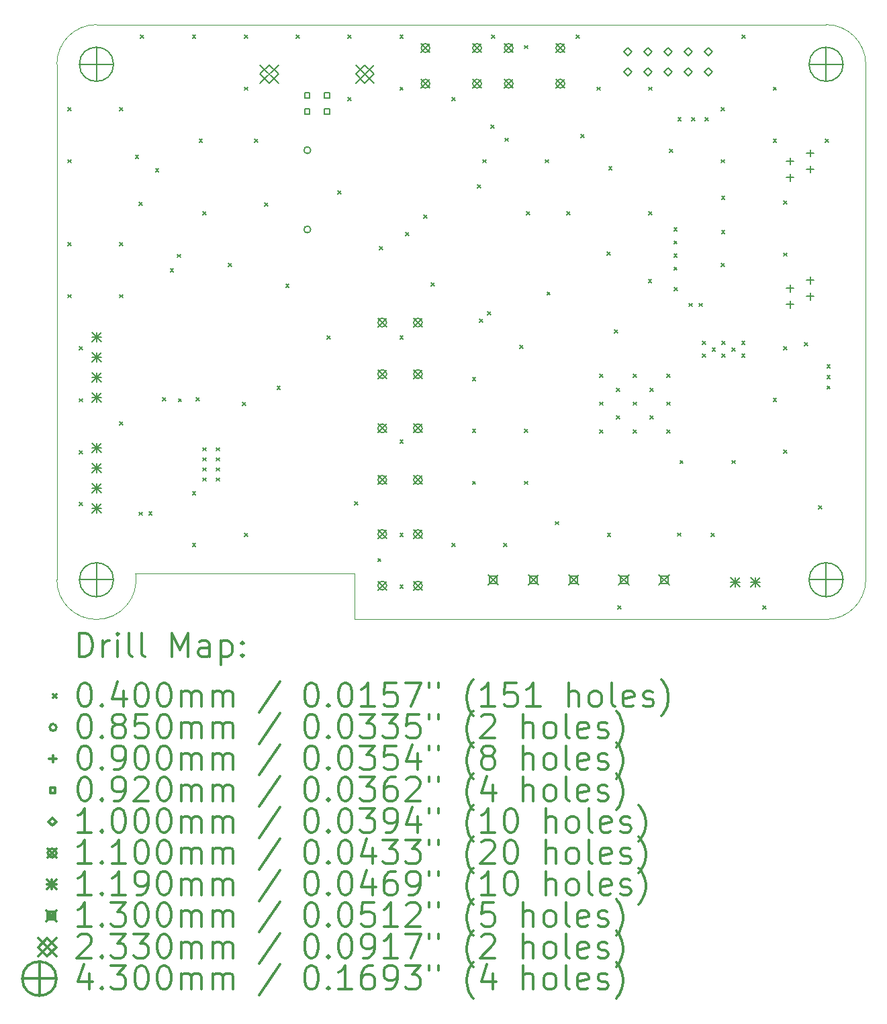
<source format=gbr>
%FSLAX45Y45*%
G04 Gerber Fmt 4.5, Leading zero omitted, Abs format (unit mm)*
G04 Created by KiCad (PCBNEW 5.1.12-84ad8e8a86~92~ubuntu20.04.1) date 2022-06-26 22:50:32*
%MOMM*%
%LPD*%
G01*
G04 APERTURE LIST*
%TA.AperFunction,Profile*%
%ADD10C,0.100000*%
%TD*%
%ADD11C,0.200000*%
%ADD12C,0.300000*%
G04 APERTURE END LIST*
D10*
X9500000Y-12500000D02*
X9499600Y-12499848D01*
X9993439Y-11920210D02*
G75*
G02*
X9499600Y-12499848I-493439J-79790D01*
G01*
X12750292Y-12500000D02*
X12750292Y-11920220D01*
X9993376Y-11920220D02*
X12750292Y-11920220D01*
X12750292Y-12500000D02*
X18700000Y-12500000D01*
X18700000Y-5000000D02*
X9500000Y-5000000D01*
X19200000Y-12000000D02*
X19200000Y-5500000D01*
X9000000Y-5500000D02*
X9000000Y-12000000D01*
X18700000Y-5000000D02*
G75*
G02*
X19200000Y-5500000I0J-500000D01*
G01*
X19200000Y-12000000D02*
G75*
G02*
X18700000Y-12500000I-500000J0D01*
G01*
X9500000Y-12500000D02*
G75*
G02*
X9000000Y-12000000I0J500000D01*
G01*
X9000000Y-5500000D02*
G75*
G02*
X9500000Y-5000000I500000J0D01*
G01*
D11*
X9140367Y-6048408D02*
X9180367Y-6088408D01*
X9180367Y-6048408D02*
X9140367Y-6088408D01*
X9140367Y-6702408D02*
X9180367Y-6742408D01*
X9180367Y-6702408D02*
X9140367Y-6742408D01*
X9140367Y-7748808D02*
X9180367Y-7788808D01*
X9180367Y-7748808D02*
X9140367Y-7788808D01*
X9140367Y-8402808D02*
X9180367Y-8442808D01*
X9180367Y-8402808D02*
X9140367Y-8442808D01*
X9284639Y-9062142D02*
X9324639Y-9102142D01*
X9324639Y-9062142D02*
X9284639Y-9102142D01*
X9284639Y-9716142D02*
X9324639Y-9756142D01*
X9324639Y-9716142D02*
X9284639Y-9756142D01*
X9284639Y-10370142D02*
X9324639Y-10410142D01*
X9324639Y-10370142D02*
X9284639Y-10410142D01*
X9284639Y-11024142D02*
X9324639Y-11064142D01*
X9324639Y-11024142D02*
X9284639Y-11064142D01*
X9794367Y-6048408D02*
X9834367Y-6088408D01*
X9834367Y-6048408D02*
X9794367Y-6088408D01*
X9794367Y-7748808D02*
X9834367Y-7788808D01*
X9834367Y-7748808D02*
X9794367Y-7788808D01*
X9794367Y-8402808D02*
X9834367Y-8442808D01*
X9834367Y-8402808D02*
X9794367Y-8442808D01*
X9794560Y-10010460D02*
X9834560Y-10050460D01*
X9834560Y-10010460D02*
X9794560Y-10050460D01*
X9990700Y-6645700D02*
X10030700Y-6685700D01*
X10030700Y-6645700D02*
X9990700Y-6685700D01*
X10038813Y-11145840D02*
X10078813Y-11185840D01*
X10078813Y-11145840D02*
X10038813Y-11185840D01*
X10039759Y-7239050D02*
X10079759Y-7279050D01*
X10079759Y-7239050D02*
X10039759Y-7279050D01*
X10055967Y-5132808D02*
X10095967Y-5172808D01*
X10095967Y-5132808D02*
X10055967Y-5172808D01*
X10160918Y-11143944D02*
X10200918Y-11183944D01*
X10200918Y-11143944D02*
X10160918Y-11183944D01*
X10243730Y-6818090D02*
X10283730Y-6858090D01*
X10283730Y-6818090D02*
X10243730Y-6858090D01*
X10334999Y-9704427D02*
X10374999Y-9744427D01*
X10374999Y-9704427D02*
X10334999Y-9744427D01*
X10432100Y-8074726D02*
X10472100Y-8114726D01*
X10472100Y-8074726D02*
X10432100Y-8114726D01*
X10517190Y-7894640D02*
X10557190Y-7934640D01*
X10557190Y-7894640D02*
X10517190Y-7934640D01*
X10533700Y-9715820D02*
X10573700Y-9755820D01*
X10573700Y-9715820D02*
X10533700Y-9755820D01*
X10709967Y-5132808D02*
X10749967Y-5172808D01*
X10749967Y-5132808D02*
X10709967Y-5172808D01*
X10709967Y-10888008D02*
X10749967Y-10928008D01*
X10749967Y-10888008D02*
X10709967Y-10928008D01*
X10709967Y-11542008D02*
X10749967Y-11582008D01*
X10749967Y-11542008D02*
X10709967Y-11582008D01*
X10759000Y-9705674D02*
X10799000Y-9745674D01*
X10799000Y-9705674D02*
X10759000Y-9745674D01*
X10794050Y-6441760D02*
X10834050Y-6481760D01*
X10834050Y-6441760D02*
X10794050Y-6481760D01*
X10840767Y-7356408D02*
X10880767Y-7396408D01*
X10880767Y-7356408D02*
X10840767Y-7396408D01*
X10842000Y-10334000D02*
X10882000Y-10374000D01*
X10882000Y-10334000D02*
X10842000Y-10374000D01*
X10842000Y-10461000D02*
X10882000Y-10501000D01*
X10882000Y-10461000D02*
X10842000Y-10501000D01*
X10842000Y-10588000D02*
X10882000Y-10628000D01*
X10882000Y-10588000D02*
X10842000Y-10628000D01*
X10842000Y-10715000D02*
X10882000Y-10755000D01*
X10882000Y-10715000D02*
X10842000Y-10755000D01*
X11012800Y-10334000D02*
X11052800Y-10374000D01*
X11052800Y-10334000D02*
X11012800Y-10374000D01*
X11012800Y-10461000D02*
X11052800Y-10501000D01*
X11052800Y-10461000D02*
X11012800Y-10501000D01*
X11012800Y-10588000D02*
X11052800Y-10628000D01*
X11052800Y-10588000D02*
X11012800Y-10628000D01*
X11012800Y-10715000D02*
X11052800Y-10755000D01*
X11052800Y-10715000D02*
X11012800Y-10755000D01*
X11164636Y-8009448D02*
X11204636Y-8049448D01*
X11204636Y-8009448D02*
X11164636Y-8049448D01*
X11342470Y-9761032D02*
X11382470Y-9801032D01*
X11382470Y-9761032D02*
X11342470Y-9801032D01*
X11363967Y-5132808D02*
X11403967Y-5172808D01*
X11403967Y-5132808D02*
X11363967Y-5172808D01*
X11363967Y-5786808D02*
X11403967Y-5826808D01*
X11403967Y-5786808D02*
X11363967Y-5826808D01*
X11363967Y-11411208D02*
X11403967Y-11451208D01*
X11403967Y-11411208D02*
X11363967Y-11451208D01*
X11494767Y-6440808D02*
X11534767Y-6480808D01*
X11534767Y-6440808D02*
X11494767Y-6480808D01*
X11619550Y-7245670D02*
X11659550Y-7285670D01*
X11659550Y-7245670D02*
X11619550Y-7285670D01*
X11778187Y-9558187D02*
X11818187Y-9598187D01*
X11818187Y-9558187D02*
X11778187Y-9598187D01*
X11887167Y-8272008D02*
X11927167Y-8312008D01*
X11927167Y-8272008D02*
X11887167Y-8312008D01*
X12017967Y-5132808D02*
X12057967Y-5172808D01*
X12057967Y-5132808D02*
X12017967Y-5172808D01*
X12410367Y-8926008D02*
X12450367Y-8966008D01*
X12450367Y-8926008D02*
X12410367Y-8966008D01*
X12541167Y-7094808D02*
X12581167Y-7134808D01*
X12581167Y-7094808D02*
X12541167Y-7134808D01*
X12671967Y-5132808D02*
X12711967Y-5172808D01*
X12711967Y-5132808D02*
X12671967Y-5172808D01*
X12671967Y-5917608D02*
X12711967Y-5957608D01*
X12711967Y-5917608D02*
X12671967Y-5957608D01*
X12755000Y-11015000D02*
X12795000Y-11055000D01*
X12795000Y-11015000D02*
X12755000Y-11055000D01*
X13048300Y-11732072D02*
X13088300Y-11772072D01*
X13088300Y-11732072D02*
X13048300Y-11772072D01*
X13065572Y-7796850D02*
X13105572Y-7836850D01*
X13105572Y-7796850D02*
X13065572Y-7836850D01*
X13325967Y-5132808D02*
X13365967Y-5172808D01*
X13365967Y-5132808D02*
X13325967Y-5172808D01*
X13325967Y-5786808D02*
X13365967Y-5826808D01*
X13365967Y-5786808D02*
X13325967Y-5826808D01*
X13325967Y-8926008D02*
X13365967Y-8966008D01*
X13365967Y-8926008D02*
X13325967Y-8966008D01*
X13325967Y-10234008D02*
X13365967Y-10274008D01*
X13365967Y-10234008D02*
X13325967Y-10274008D01*
X13325967Y-11411208D02*
X13365967Y-11451208D01*
X13365967Y-11411208D02*
X13325967Y-11451208D01*
X13325967Y-12065208D02*
X13365967Y-12105208D01*
X13365967Y-12065208D02*
X13325967Y-12105208D01*
X13401132Y-7618008D02*
X13441132Y-7658008D01*
X13441132Y-7618008D02*
X13401132Y-7658008D01*
X13625370Y-7397834D02*
X13665370Y-7437834D01*
X13665370Y-7397834D02*
X13625370Y-7437834D01*
X13718367Y-8258353D02*
X13758367Y-8298353D01*
X13758367Y-8258353D02*
X13718367Y-8298353D01*
X13979967Y-5917608D02*
X14019967Y-5957608D01*
X14019967Y-5917608D02*
X13979967Y-5957608D01*
X13979967Y-11542008D02*
X14019967Y-11582008D01*
X14019967Y-11542008D02*
X13979967Y-11582008D01*
X14241567Y-9449208D02*
X14281567Y-9489208D01*
X14281567Y-9449208D02*
X14241567Y-9489208D01*
X14241567Y-10103208D02*
X14281567Y-10143208D01*
X14281567Y-10103208D02*
X14241567Y-10143208D01*
X14241567Y-10757208D02*
X14281567Y-10797208D01*
X14281567Y-10757208D02*
X14241567Y-10797208D01*
X14305000Y-7020000D02*
X14345000Y-7060000D01*
X14345000Y-7020000D02*
X14305000Y-7060000D01*
X14328460Y-8715060D02*
X14368460Y-8755060D01*
X14368460Y-8715060D02*
X14328460Y-8755060D01*
X14372367Y-6702408D02*
X14412367Y-6742408D01*
X14412367Y-6702408D02*
X14372367Y-6742408D01*
X14430000Y-8620000D02*
X14470000Y-8660000D01*
X14470000Y-8620000D02*
X14430000Y-8660000D01*
X14471208Y-6264468D02*
X14511208Y-6304468D01*
X14511208Y-6264468D02*
X14471208Y-6304468D01*
X14479590Y-5131120D02*
X14519590Y-5171120D01*
X14519590Y-5131120D02*
X14479590Y-5171120D01*
X14633967Y-11542008D02*
X14673967Y-11582008D01*
X14673967Y-11542008D02*
X14633967Y-11582008D01*
X14653600Y-6431600D02*
X14693600Y-6471600D01*
X14693600Y-6431600D02*
X14653600Y-6471600D01*
X14840000Y-9040000D02*
X14880000Y-9080000D01*
X14880000Y-9040000D02*
X14840000Y-9080000D01*
X14895567Y-5263608D02*
X14935567Y-5303608D01*
X14935567Y-5263608D02*
X14895567Y-5303608D01*
X14895567Y-10103208D02*
X14935567Y-10143208D01*
X14935567Y-10103208D02*
X14895567Y-10143208D01*
X14895567Y-10757208D02*
X14935567Y-10797208D01*
X14935567Y-10757208D02*
X14895567Y-10797208D01*
X14925000Y-7360000D02*
X14965000Y-7400000D01*
X14965000Y-7360000D02*
X14925000Y-7400000D01*
X15157167Y-6702408D02*
X15197167Y-6742408D01*
X15197167Y-6702408D02*
X15157167Y-6742408D01*
X15180000Y-8370000D02*
X15220000Y-8410000D01*
X15220000Y-8370000D02*
X15180000Y-8410000D01*
X15287967Y-11265220D02*
X15327967Y-11305220D01*
X15327967Y-11265220D02*
X15287967Y-11305220D01*
X15430000Y-7360000D02*
X15470000Y-7400000D01*
X15470000Y-7360000D02*
X15430000Y-7400000D01*
X15549567Y-5132808D02*
X15589567Y-5172808D01*
X15589567Y-5132808D02*
X15549567Y-5172808D01*
X15609636Y-6386388D02*
X15649636Y-6426388D01*
X15649636Y-6386388D02*
X15609636Y-6426388D01*
X15811167Y-5786808D02*
X15851167Y-5826808D01*
X15851167Y-5786808D02*
X15811167Y-5826808D01*
X15845687Y-9405768D02*
X15885687Y-9445768D01*
X15885687Y-9405768D02*
X15845687Y-9445768D01*
X15845687Y-9758478D02*
X15885687Y-9798478D01*
X15885687Y-9758478D02*
X15845687Y-9798478D01*
X15845687Y-10111188D02*
X15885687Y-10151188D01*
X15885687Y-10111188D02*
X15845687Y-10151188D01*
X15940000Y-7865000D02*
X15980000Y-7905000D01*
X15980000Y-7865000D02*
X15940000Y-7905000D01*
X15941967Y-11411208D02*
X15981967Y-11451208D01*
X15981967Y-11411208D02*
X15941967Y-11451208D01*
X15960000Y-6789232D02*
X16000000Y-6829232D01*
X16000000Y-6789232D02*
X15960000Y-6829232D01*
X16031784Y-8846632D02*
X16071784Y-8886632D01*
X16071784Y-8846632D02*
X16031784Y-8886632D01*
X16057353Y-9582123D02*
X16097353Y-9622123D01*
X16097353Y-9582123D02*
X16057353Y-9622123D01*
X16057353Y-9934833D02*
X16097353Y-9974833D01*
X16097353Y-9934833D02*
X16057353Y-9974833D01*
X16072767Y-12326808D02*
X16112767Y-12366808D01*
X16112767Y-12326808D02*
X16072767Y-12366808D01*
X16269020Y-9405768D02*
X16309020Y-9445768D01*
X16309020Y-9405768D02*
X16269020Y-9445768D01*
X16269020Y-9758478D02*
X16309020Y-9798478D01*
X16309020Y-9758478D02*
X16269020Y-9798478D01*
X16269020Y-10111188D02*
X16309020Y-10151188D01*
X16309020Y-10111188D02*
X16269020Y-10151188D01*
X16460000Y-8215000D02*
X16500000Y-8255000D01*
X16500000Y-8215000D02*
X16460000Y-8255000D01*
X16465167Y-5786808D02*
X16505167Y-5826808D01*
X16505167Y-5786808D02*
X16465167Y-5826808D01*
X16465167Y-7356408D02*
X16505167Y-7396408D01*
X16505167Y-7356408D02*
X16465167Y-7396408D01*
X16480686Y-9582123D02*
X16520686Y-9622123D01*
X16520686Y-9582123D02*
X16480686Y-9622123D01*
X16480686Y-9934833D02*
X16520686Y-9974833D01*
X16520686Y-9934833D02*
X16480686Y-9974833D01*
X16692353Y-9405768D02*
X16732353Y-9445768D01*
X16732353Y-9405768D02*
X16692353Y-9445768D01*
X16692353Y-9758478D02*
X16732353Y-9798478D01*
X16732353Y-9758478D02*
X16692353Y-9798478D01*
X16692353Y-10111188D02*
X16732353Y-10151188D01*
X16732353Y-10111188D02*
X16692353Y-10151188D01*
X16726767Y-6571608D02*
X16766767Y-6611608D01*
X16766767Y-6571608D02*
X16726767Y-6611608D01*
X16782000Y-7562000D02*
X16822000Y-7602000D01*
X16822000Y-7562000D02*
X16782000Y-7602000D01*
X16782000Y-7727000D02*
X16822000Y-7767000D01*
X16822000Y-7727000D02*
X16782000Y-7767000D01*
X16782000Y-7892000D02*
X16822000Y-7932000D01*
X16822000Y-7892000D02*
X16782000Y-7932000D01*
X16782000Y-8057000D02*
X16822000Y-8097000D01*
X16822000Y-8057000D02*
X16782000Y-8097000D01*
X16783624Y-8315264D02*
X16823624Y-8355264D01*
X16823624Y-8315264D02*
X16783624Y-8355264D01*
X16826550Y-11410000D02*
X16866550Y-11450000D01*
X16866550Y-11410000D02*
X16826550Y-11450000D01*
X16832700Y-6170000D02*
X16872700Y-6210000D01*
X16872700Y-6170000D02*
X16832700Y-6210000D01*
X16857567Y-10495608D02*
X16897567Y-10535608D01*
X16897567Y-10495608D02*
X16857567Y-10535608D01*
X16972600Y-8514400D02*
X17012600Y-8554400D01*
X17012600Y-8514400D02*
X16972600Y-8554400D01*
X17002350Y-6170000D02*
X17042350Y-6210000D01*
X17042350Y-6170000D02*
X17002350Y-6210000D01*
X17099600Y-8514400D02*
X17139600Y-8554400D01*
X17139600Y-8514400D02*
X17099600Y-8554400D01*
X17138970Y-8994460D02*
X17178970Y-9034460D01*
X17178970Y-8994460D02*
X17138970Y-9034460D01*
X17138970Y-9155750D02*
X17178970Y-9195750D01*
X17178970Y-9155750D02*
X17138970Y-9195750D01*
X17172000Y-6170000D02*
X17212000Y-6210000D01*
X17212000Y-6170000D02*
X17172000Y-6210000D01*
X17249967Y-11411208D02*
X17289967Y-11451208D01*
X17289967Y-11411208D02*
X17249967Y-11451208D01*
X17263430Y-9075105D02*
X17303430Y-9115105D01*
X17303430Y-9075105D02*
X17263430Y-9115105D01*
X17380767Y-6048408D02*
X17420767Y-6088408D01*
X17420767Y-6048408D02*
X17380767Y-6088408D01*
X17380767Y-6702408D02*
X17420767Y-6742408D01*
X17420767Y-6702408D02*
X17380767Y-6742408D01*
X17380767Y-8010408D02*
X17420767Y-8050408D01*
X17420767Y-8010408D02*
X17380767Y-8050408D01*
X17381032Y-7162104D02*
X17421032Y-7202104D01*
X17421032Y-7162104D02*
X17381032Y-7202104D01*
X17381032Y-7592634D02*
X17421032Y-7632634D01*
X17421032Y-7592634D02*
X17381032Y-7632634D01*
X17387890Y-8994460D02*
X17427890Y-9034460D01*
X17427890Y-8994460D02*
X17387890Y-9034460D01*
X17387890Y-9155750D02*
X17427890Y-9195750D01*
X17427890Y-9155750D02*
X17387890Y-9195750D01*
X17511567Y-10495608D02*
X17551567Y-10535608D01*
X17551567Y-10495608D02*
X17511567Y-10535608D01*
X17512350Y-9075105D02*
X17552350Y-9115105D01*
X17552350Y-9075105D02*
X17512350Y-9115105D01*
X17636810Y-8994460D02*
X17676810Y-9034460D01*
X17676810Y-8994460D02*
X17636810Y-9034460D01*
X17636810Y-9155750D02*
X17676810Y-9195750D01*
X17676810Y-9155750D02*
X17636810Y-9195750D01*
X17642367Y-5132808D02*
X17682367Y-5172808D01*
X17682367Y-5132808D02*
X17642367Y-5172808D01*
X17903967Y-12326808D02*
X17943967Y-12366808D01*
X17943967Y-12326808D02*
X17903967Y-12366808D01*
X18034767Y-5786808D02*
X18074767Y-5826808D01*
X18074767Y-5786808D02*
X18034767Y-5826808D01*
X18034767Y-6440808D02*
X18074767Y-6480808D01*
X18074767Y-6440808D02*
X18034767Y-6480808D01*
X18034767Y-9710808D02*
X18074767Y-9750808D01*
X18074767Y-9710808D02*
X18034767Y-9750808D01*
X18165567Y-7225608D02*
X18205567Y-7265608D01*
X18205567Y-7225608D02*
X18165567Y-7265608D01*
X18165567Y-7879608D02*
X18205567Y-7919608D01*
X18205567Y-7879608D02*
X18165567Y-7919608D01*
X18165567Y-9056808D02*
X18205567Y-9096808D01*
X18205567Y-9056808D02*
X18165567Y-9096808D01*
X18165567Y-10364808D02*
X18205567Y-10404808D01*
X18205567Y-10364808D02*
X18165567Y-10404808D01*
X18429987Y-9007987D02*
X18469987Y-9047987D01*
X18469987Y-9007987D02*
X18429987Y-9047987D01*
X18604296Y-11063544D02*
X18644296Y-11103544D01*
X18644296Y-11063544D02*
X18604296Y-11103544D01*
X18688767Y-6440808D02*
X18728767Y-6480808D01*
X18728767Y-6440808D02*
X18688767Y-6480808D01*
X18712000Y-9290000D02*
X18752000Y-9330000D01*
X18752000Y-9290000D02*
X18712000Y-9330000D01*
X18712000Y-9422500D02*
X18752000Y-9462500D01*
X18752000Y-9422500D02*
X18712000Y-9462500D01*
X18712000Y-9555000D02*
X18752000Y-9595000D01*
X18752000Y-9555000D02*
X18712000Y-9595000D01*
X12201480Y-6583170D02*
G75*
G03*
X12201480Y-6583170I-42500J0D01*
G01*
X12201480Y-7583170D02*
G75*
G03*
X12201480Y-7583170I-42500J0D01*
G01*
X18246000Y-6678000D02*
X18246000Y-6768000D01*
X18201000Y-6723000D02*
X18291000Y-6723000D01*
X18246000Y-6882000D02*
X18246000Y-6972000D01*
X18201000Y-6927000D02*
X18291000Y-6927000D01*
X18246000Y-8280000D02*
X18246000Y-8370000D01*
X18201000Y-8325000D02*
X18291000Y-8325000D01*
X18246000Y-8484000D02*
X18246000Y-8574000D01*
X18201000Y-8529000D02*
X18291000Y-8529000D01*
X18500000Y-6576000D02*
X18500000Y-6666000D01*
X18455000Y-6621000D02*
X18545000Y-6621000D01*
X18500000Y-6780000D02*
X18500000Y-6870000D01*
X18455000Y-6825000D02*
X18545000Y-6825000D01*
X18500000Y-8178000D02*
X18500000Y-8268000D01*
X18455000Y-8223000D02*
X18545000Y-8223000D01*
X18500000Y-8382000D02*
X18500000Y-8472000D01*
X18455000Y-8427000D02*
X18545000Y-8427000D01*
X12190007Y-5927447D02*
X12190007Y-5862393D01*
X12124953Y-5862393D01*
X12124953Y-5927447D01*
X12190007Y-5927447D01*
X12190007Y-6127447D02*
X12190007Y-6062393D01*
X12124953Y-6062393D01*
X12124953Y-6127447D01*
X12190007Y-6127447D01*
X12440007Y-5927447D02*
X12440007Y-5862393D01*
X12374953Y-5862393D01*
X12374953Y-5927447D01*
X12440007Y-5927447D01*
X12440007Y-6127447D02*
X12440007Y-6062393D01*
X12374953Y-6062393D01*
X12374953Y-6127447D01*
X12440007Y-6127447D01*
X16199000Y-5395000D02*
X16249000Y-5345000D01*
X16199000Y-5295000D01*
X16149000Y-5345000D01*
X16199000Y-5395000D01*
X16199000Y-5649000D02*
X16249000Y-5599000D01*
X16199000Y-5549000D01*
X16149000Y-5599000D01*
X16199000Y-5649000D01*
X16453000Y-5395000D02*
X16503000Y-5345000D01*
X16453000Y-5295000D01*
X16403000Y-5345000D01*
X16453000Y-5395000D01*
X16453000Y-5649000D02*
X16503000Y-5599000D01*
X16453000Y-5549000D01*
X16403000Y-5599000D01*
X16453000Y-5649000D01*
X16707000Y-5395000D02*
X16757000Y-5345000D01*
X16707000Y-5295000D01*
X16657000Y-5345000D01*
X16707000Y-5395000D01*
X16707000Y-5649000D02*
X16757000Y-5599000D01*
X16707000Y-5549000D01*
X16657000Y-5599000D01*
X16707000Y-5649000D01*
X16961000Y-5395000D02*
X17011000Y-5345000D01*
X16961000Y-5295000D01*
X16911000Y-5345000D01*
X16961000Y-5395000D01*
X16961000Y-5649000D02*
X17011000Y-5599000D01*
X16961000Y-5549000D01*
X16911000Y-5599000D01*
X16961000Y-5649000D01*
X17215000Y-5395000D02*
X17265000Y-5345000D01*
X17215000Y-5295000D01*
X17165000Y-5345000D01*
X17215000Y-5395000D01*
X17215000Y-5649000D02*
X17265000Y-5599000D01*
X17215000Y-5549000D01*
X17165000Y-5599000D01*
X17215000Y-5649000D01*
X13048440Y-8701746D02*
X13158440Y-8811746D01*
X13158440Y-8701746D02*
X13048440Y-8811746D01*
X13158440Y-8756746D02*
G75*
G03*
X13158440Y-8756746I-55000J0D01*
G01*
X13048440Y-9351746D02*
X13158440Y-9461746D01*
X13158440Y-9351746D02*
X13048440Y-9461746D01*
X13158440Y-9406746D02*
G75*
G03*
X13158440Y-9406746I-55000J0D01*
G01*
X13048440Y-10035198D02*
X13158440Y-10145198D01*
X13158440Y-10035198D02*
X13048440Y-10145198D01*
X13158440Y-10090198D02*
G75*
G03*
X13158440Y-10090198I-55000J0D01*
G01*
X13048440Y-10685198D02*
X13158440Y-10795198D01*
X13158440Y-10685198D02*
X13048440Y-10795198D01*
X13158440Y-10740198D02*
G75*
G03*
X13158440Y-10740198I-55000J0D01*
G01*
X13048440Y-11368650D02*
X13158440Y-11478650D01*
X13158440Y-11368650D02*
X13048440Y-11478650D01*
X13158440Y-11423650D02*
G75*
G03*
X13158440Y-11423650I-55000J0D01*
G01*
X13048440Y-12018650D02*
X13158440Y-12128650D01*
X13158440Y-12018650D02*
X13048440Y-12128650D01*
X13158440Y-12073650D02*
G75*
G03*
X13158440Y-12073650I-55000J0D01*
G01*
X13498440Y-8701746D02*
X13608440Y-8811746D01*
X13608440Y-8701746D02*
X13498440Y-8811746D01*
X13608440Y-8756746D02*
G75*
G03*
X13608440Y-8756746I-55000J0D01*
G01*
X13498440Y-9351746D02*
X13608440Y-9461746D01*
X13608440Y-9351746D02*
X13498440Y-9461746D01*
X13608440Y-9406746D02*
G75*
G03*
X13608440Y-9406746I-55000J0D01*
G01*
X13498440Y-10035198D02*
X13608440Y-10145198D01*
X13608440Y-10035198D02*
X13498440Y-10145198D01*
X13608440Y-10090198D02*
G75*
G03*
X13608440Y-10090198I-55000J0D01*
G01*
X13498440Y-10685198D02*
X13608440Y-10795198D01*
X13608440Y-10685198D02*
X13498440Y-10795198D01*
X13608440Y-10740198D02*
G75*
G03*
X13608440Y-10740198I-55000J0D01*
G01*
X13498440Y-11368650D02*
X13608440Y-11478650D01*
X13608440Y-11368650D02*
X13498440Y-11478650D01*
X13608440Y-11423650D02*
G75*
G03*
X13608440Y-11423650I-55000J0D01*
G01*
X13498440Y-12018650D02*
X13608440Y-12128650D01*
X13608440Y-12018650D02*
X13498440Y-12128650D01*
X13608440Y-12073650D02*
G75*
G03*
X13608440Y-12073650I-55000J0D01*
G01*
X13593920Y-5239920D02*
X13703920Y-5349920D01*
X13703920Y-5239920D02*
X13593920Y-5349920D01*
X13703920Y-5294920D02*
G75*
G03*
X13703920Y-5294920I-55000J0D01*
G01*
X13593920Y-5689920D02*
X13703920Y-5799920D01*
X13703920Y-5689920D02*
X13593920Y-5799920D01*
X13703920Y-5744920D02*
G75*
G03*
X13703920Y-5744920I-55000J0D01*
G01*
X14243920Y-5239920D02*
X14353920Y-5349920D01*
X14353920Y-5239920D02*
X14243920Y-5349920D01*
X14353920Y-5294920D02*
G75*
G03*
X14353920Y-5294920I-55000J0D01*
G01*
X14243920Y-5689920D02*
X14353920Y-5799920D01*
X14353920Y-5689920D02*
X14243920Y-5799920D01*
X14353920Y-5744920D02*
G75*
G03*
X14353920Y-5744920I-55000J0D01*
G01*
X14643920Y-5239920D02*
X14753920Y-5349920D01*
X14753920Y-5239920D02*
X14643920Y-5349920D01*
X14753920Y-5294920D02*
G75*
G03*
X14753920Y-5294920I-55000J0D01*
G01*
X14643920Y-5689920D02*
X14753920Y-5799920D01*
X14753920Y-5689920D02*
X14643920Y-5799920D01*
X14753920Y-5744920D02*
G75*
G03*
X14753920Y-5744920I-55000J0D01*
G01*
X15293920Y-5239920D02*
X15403920Y-5349920D01*
X15403920Y-5239920D02*
X15293920Y-5349920D01*
X15403920Y-5294920D02*
G75*
G03*
X15403920Y-5294920I-55000J0D01*
G01*
X15293920Y-5689920D02*
X15403920Y-5799920D01*
X15403920Y-5689920D02*
X15293920Y-5799920D01*
X15403920Y-5744920D02*
G75*
G03*
X15403920Y-5744920I-55000J0D01*
G01*
X9447180Y-8877000D02*
X9566180Y-8996000D01*
X9566180Y-8877000D02*
X9447180Y-8996000D01*
X9506680Y-8877000D02*
X9506680Y-8996000D01*
X9447180Y-8936500D02*
X9566180Y-8936500D01*
X9447180Y-9131000D02*
X9566180Y-9250000D01*
X9566180Y-9131000D02*
X9447180Y-9250000D01*
X9506680Y-9131000D02*
X9506680Y-9250000D01*
X9447180Y-9190500D02*
X9566180Y-9190500D01*
X9447180Y-9385000D02*
X9566180Y-9504000D01*
X9566180Y-9385000D02*
X9447180Y-9504000D01*
X9506680Y-9385000D02*
X9506680Y-9504000D01*
X9447180Y-9444500D02*
X9566180Y-9444500D01*
X9447180Y-9639000D02*
X9566180Y-9758000D01*
X9566180Y-9639000D02*
X9447180Y-9758000D01*
X9506680Y-9639000D02*
X9506680Y-9758000D01*
X9447180Y-9698500D02*
X9566180Y-9698500D01*
X9447180Y-10277000D02*
X9566180Y-10396000D01*
X9566180Y-10277000D02*
X9447180Y-10396000D01*
X9506680Y-10277000D02*
X9506680Y-10396000D01*
X9447180Y-10336500D02*
X9566180Y-10336500D01*
X9447180Y-10531000D02*
X9566180Y-10650000D01*
X9566180Y-10531000D02*
X9447180Y-10650000D01*
X9506680Y-10531000D02*
X9506680Y-10650000D01*
X9447180Y-10590500D02*
X9566180Y-10590500D01*
X9447180Y-10785000D02*
X9566180Y-10904000D01*
X9566180Y-10785000D02*
X9447180Y-10904000D01*
X9506680Y-10785000D02*
X9506680Y-10904000D01*
X9447180Y-10844500D02*
X9566180Y-10844500D01*
X9447180Y-11039000D02*
X9566180Y-11158000D01*
X9566180Y-11039000D02*
X9447180Y-11158000D01*
X9506680Y-11039000D02*
X9506680Y-11158000D01*
X9447180Y-11098500D02*
X9566180Y-11098500D01*
X17497500Y-11974500D02*
X17616500Y-12093500D01*
X17616500Y-11974500D02*
X17497500Y-12093500D01*
X17557000Y-11974500D02*
X17557000Y-12093500D01*
X17497500Y-12034000D02*
X17616500Y-12034000D01*
X17751500Y-11974500D02*
X17870500Y-12093500D01*
X17870500Y-11974500D02*
X17751500Y-12093500D01*
X17811000Y-11974500D02*
X17811000Y-12093500D01*
X17751500Y-12034000D02*
X17870500Y-12034000D01*
X14435000Y-11935000D02*
X14565000Y-12065000D01*
X14565000Y-11935000D02*
X14435000Y-12065000D01*
X14545962Y-12045962D02*
X14545962Y-11954038D01*
X14454038Y-11954038D01*
X14454038Y-12045962D01*
X14545962Y-12045962D01*
X14943000Y-11935000D02*
X15073000Y-12065000D01*
X15073000Y-11935000D02*
X14943000Y-12065000D01*
X15053962Y-12045962D02*
X15053962Y-11954038D01*
X14962038Y-11954038D01*
X14962038Y-12045962D01*
X15053962Y-12045962D01*
X15451000Y-11935000D02*
X15581000Y-12065000D01*
X15581000Y-11935000D02*
X15451000Y-12065000D01*
X15561962Y-12045962D02*
X15561962Y-11954038D01*
X15470038Y-11954038D01*
X15470038Y-12045962D01*
X15561962Y-12045962D01*
X16085000Y-11934000D02*
X16215000Y-12064000D01*
X16215000Y-11934000D02*
X16085000Y-12064000D01*
X16195962Y-12044962D02*
X16195962Y-11953038D01*
X16104038Y-11953038D01*
X16104038Y-12044962D01*
X16195962Y-12044962D01*
X16593000Y-11934000D02*
X16723000Y-12064000D01*
X16723000Y-11934000D02*
X16593000Y-12064000D01*
X16703962Y-12044962D02*
X16703962Y-11953038D01*
X16612038Y-11953038D01*
X16612038Y-12044962D01*
X16703962Y-12044962D01*
X11563980Y-5507420D02*
X11796980Y-5740420D01*
X11796980Y-5507420D02*
X11563980Y-5740420D01*
X11680480Y-5740420D02*
X11796980Y-5623920D01*
X11680480Y-5507420D01*
X11563980Y-5623920D01*
X11680480Y-5740420D01*
X12767980Y-5507420D02*
X13000980Y-5740420D01*
X13000980Y-5507420D02*
X12767980Y-5740420D01*
X12884480Y-5740420D02*
X13000980Y-5623920D01*
X12884480Y-5507420D01*
X12767980Y-5623920D01*
X12884480Y-5740420D01*
X9500000Y-5285000D02*
X9500000Y-5715000D01*
X9285000Y-5500000D02*
X9715000Y-5500000D01*
X9715000Y-5500000D02*
G75*
G03*
X9715000Y-5500000I-215000J0D01*
G01*
X9500000Y-11785000D02*
X9500000Y-12215000D01*
X9285000Y-12000000D02*
X9715000Y-12000000D01*
X9715000Y-12000000D02*
G75*
G03*
X9715000Y-12000000I-215000J0D01*
G01*
X18700000Y-5285000D02*
X18700000Y-5715000D01*
X18485000Y-5500000D02*
X18915000Y-5500000D01*
X18915000Y-5500000D02*
G75*
G03*
X18915000Y-5500000I-215000J0D01*
G01*
X18700000Y-11785000D02*
X18700000Y-12215000D01*
X18485000Y-12000000D02*
X18915000Y-12000000D01*
X18915000Y-12000000D02*
G75*
G03*
X18915000Y-12000000I-215000J0D01*
G01*
D12*
X9281428Y-12970714D02*
X9281428Y-12670714D01*
X9352857Y-12670714D01*
X9395714Y-12685000D01*
X9424286Y-12713571D01*
X9438571Y-12742143D01*
X9452857Y-12799286D01*
X9452857Y-12842143D01*
X9438571Y-12899286D01*
X9424286Y-12927857D01*
X9395714Y-12956429D01*
X9352857Y-12970714D01*
X9281428Y-12970714D01*
X9581428Y-12970714D02*
X9581428Y-12770714D01*
X9581428Y-12827857D02*
X9595714Y-12799286D01*
X9610000Y-12785000D01*
X9638571Y-12770714D01*
X9667143Y-12770714D01*
X9767143Y-12970714D02*
X9767143Y-12770714D01*
X9767143Y-12670714D02*
X9752857Y-12685000D01*
X9767143Y-12699286D01*
X9781428Y-12685000D01*
X9767143Y-12670714D01*
X9767143Y-12699286D01*
X9952857Y-12970714D02*
X9924286Y-12956429D01*
X9910000Y-12927857D01*
X9910000Y-12670714D01*
X10110000Y-12970714D02*
X10081428Y-12956429D01*
X10067143Y-12927857D01*
X10067143Y-12670714D01*
X10452857Y-12970714D02*
X10452857Y-12670714D01*
X10552857Y-12885000D01*
X10652857Y-12670714D01*
X10652857Y-12970714D01*
X10924286Y-12970714D02*
X10924286Y-12813571D01*
X10910000Y-12785000D01*
X10881428Y-12770714D01*
X10824286Y-12770714D01*
X10795714Y-12785000D01*
X10924286Y-12956429D02*
X10895714Y-12970714D01*
X10824286Y-12970714D01*
X10795714Y-12956429D01*
X10781428Y-12927857D01*
X10781428Y-12899286D01*
X10795714Y-12870714D01*
X10824286Y-12856429D01*
X10895714Y-12856429D01*
X10924286Y-12842143D01*
X11067143Y-12770714D02*
X11067143Y-13070714D01*
X11067143Y-12785000D02*
X11095714Y-12770714D01*
X11152857Y-12770714D01*
X11181428Y-12785000D01*
X11195714Y-12799286D01*
X11210000Y-12827857D01*
X11210000Y-12913571D01*
X11195714Y-12942143D01*
X11181428Y-12956429D01*
X11152857Y-12970714D01*
X11095714Y-12970714D01*
X11067143Y-12956429D01*
X11338571Y-12942143D02*
X11352857Y-12956429D01*
X11338571Y-12970714D01*
X11324286Y-12956429D01*
X11338571Y-12942143D01*
X11338571Y-12970714D01*
X11338571Y-12785000D02*
X11352857Y-12799286D01*
X11338571Y-12813571D01*
X11324286Y-12799286D01*
X11338571Y-12785000D01*
X11338571Y-12813571D01*
X8955000Y-13445000D02*
X8995000Y-13485000D01*
X8995000Y-13445000D02*
X8955000Y-13485000D01*
X9338571Y-13300714D02*
X9367143Y-13300714D01*
X9395714Y-13315000D01*
X9410000Y-13329286D01*
X9424286Y-13357857D01*
X9438571Y-13415000D01*
X9438571Y-13486429D01*
X9424286Y-13543571D01*
X9410000Y-13572143D01*
X9395714Y-13586429D01*
X9367143Y-13600714D01*
X9338571Y-13600714D01*
X9310000Y-13586429D01*
X9295714Y-13572143D01*
X9281428Y-13543571D01*
X9267143Y-13486429D01*
X9267143Y-13415000D01*
X9281428Y-13357857D01*
X9295714Y-13329286D01*
X9310000Y-13315000D01*
X9338571Y-13300714D01*
X9567143Y-13572143D02*
X9581428Y-13586429D01*
X9567143Y-13600714D01*
X9552857Y-13586429D01*
X9567143Y-13572143D01*
X9567143Y-13600714D01*
X9838571Y-13400714D02*
X9838571Y-13600714D01*
X9767143Y-13286429D02*
X9695714Y-13500714D01*
X9881428Y-13500714D01*
X10052857Y-13300714D02*
X10081428Y-13300714D01*
X10110000Y-13315000D01*
X10124286Y-13329286D01*
X10138571Y-13357857D01*
X10152857Y-13415000D01*
X10152857Y-13486429D01*
X10138571Y-13543571D01*
X10124286Y-13572143D01*
X10110000Y-13586429D01*
X10081428Y-13600714D01*
X10052857Y-13600714D01*
X10024286Y-13586429D01*
X10010000Y-13572143D01*
X9995714Y-13543571D01*
X9981428Y-13486429D01*
X9981428Y-13415000D01*
X9995714Y-13357857D01*
X10010000Y-13329286D01*
X10024286Y-13315000D01*
X10052857Y-13300714D01*
X10338571Y-13300714D02*
X10367143Y-13300714D01*
X10395714Y-13315000D01*
X10410000Y-13329286D01*
X10424286Y-13357857D01*
X10438571Y-13415000D01*
X10438571Y-13486429D01*
X10424286Y-13543571D01*
X10410000Y-13572143D01*
X10395714Y-13586429D01*
X10367143Y-13600714D01*
X10338571Y-13600714D01*
X10310000Y-13586429D01*
X10295714Y-13572143D01*
X10281428Y-13543571D01*
X10267143Y-13486429D01*
X10267143Y-13415000D01*
X10281428Y-13357857D01*
X10295714Y-13329286D01*
X10310000Y-13315000D01*
X10338571Y-13300714D01*
X10567143Y-13600714D02*
X10567143Y-13400714D01*
X10567143Y-13429286D02*
X10581428Y-13415000D01*
X10610000Y-13400714D01*
X10652857Y-13400714D01*
X10681428Y-13415000D01*
X10695714Y-13443571D01*
X10695714Y-13600714D01*
X10695714Y-13443571D02*
X10710000Y-13415000D01*
X10738571Y-13400714D01*
X10781428Y-13400714D01*
X10810000Y-13415000D01*
X10824286Y-13443571D01*
X10824286Y-13600714D01*
X10967143Y-13600714D02*
X10967143Y-13400714D01*
X10967143Y-13429286D02*
X10981428Y-13415000D01*
X11010000Y-13400714D01*
X11052857Y-13400714D01*
X11081428Y-13415000D01*
X11095714Y-13443571D01*
X11095714Y-13600714D01*
X11095714Y-13443571D02*
X11110000Y-13415000D01*
X11138571Y-13400714D01*
X11181428Y-13400714D01*
X11210000Y-13415000D01*
X11224286Y-13443571D01*
X11224286Y-13600714D01*
X11810000Y-13286429D02*
X11552857Y-13672143D01*
X12195714Y-13300714D02*
X12224286Y-13300714D01*
X12252857Y-13315000D01*
X12267143Y-13329286D01*
X12281428Y-13357857D01*
X12295714Y-13415000D01*
X12295714Y-13486429D01*
X12281428Y-13543571D01*
X12267143Y-13572143D01*
X12252857Y-13586429D01*
X12224286Y-13600714D01*
X12195714Y-13600714D01*
X12167143Y-13586429D01*
X12152857Y-13572143D01*
X12138571Y-13543571D01*
X12124286Y-13486429D01*
X12124286Y-13415000D01*
X12138571Y-13357857D01*
X12152857Y-13329286D01*
X12167143Y-13315000D01*
X12195714Y-13300714D01*
X12424286Y-13572143D02*
X12438571Y-13586429D01*
X12424286Y-13600714D01*
X12410000Y-13586429D01*
X12424286Y-13572143D01*
X12424286Y-13600714D01*
X12624286Y-13300714D02*
X12652857Y-13300714D01*
X12681428Y-13315000D01*
X12695714Y-13329286D01*
X12710000Y-13357857D01*
X12724286Y-13415000D01*
X12724286Y-13486429D01*
X12710000Y-13543571D01*
X12695714Y-13572143D01*
X12681428Y-13586429D01*
X12652857Y-13600714D01*
X12624286Y-13600714D01*
X12595714Y-13586429D01*
X12581428Y-13572143D01*
X12567143Y-13543571D01*
X12552857Y-13486429D01*
X12552857Y-13415000D01*
X12567143Y-13357857D01*
X12581428Y-13329286D01*
X12595714Y-13315000D01*
X12624286Y-13300714D01*
X13010000Y-13600714D02*
X12838571Y-13600714D01*
X12924286Y-13600714D02*
X12924286Y-13300714D01*
X12895714Y-13343571D01*
X12867143Y-13372143D01*
X12838571Y-13386429D01*
X13281428Y-13300714D02*
X13138571Y-13300714D01*
X13124286Y-13443571D01*
X13138571Y-13429286D01*
X13167143Y-13415000D01*
X13238571Y-13415000D01*
X13267143Y-13429286D01*
X13281428Y-13443571D01*
X13295714Y-13472143D01*
X13295714Y-13543571D01*
X13281428Y-13572143D01*
X13267143Y-13586429D01*
X13238571Y-13600714D01*
X13167143Y-13600714D01*
X13138571Y-13586429D01*
X13124286Y-13572143D01*
X13395714Y-13300714D02*
X13595714Y-13300714D01*
X13467143Y-13600714D01*
X13695714Y-13300714D02*
X13695714Y-13357857D01*
X13810000Y-13300714D02*
X13810000Y-13357857D01*
X14252857Y-13715000D02*
X14238571Y-13700714D01*
X14210000Y-13657857D01*
X14195714Y-13629286D01*
X14181428Y-13586429D01*
X14167143Y-13515000D01*
X14167143Y-13457857D01*
X14181428Y-13386429D01*
X14195714Y-13343571D01*
X14210000Y-13315000D01*
X14238571Y-13272143D01*
X14252857Y-13257857D01*
X14524286Y-13600714D02*
X14352857Y-13600714D01*
X14438571Y-13600714D02*
X14438571Y-13300714D01*
X14410000Y-13343571D01*
X14381428Y-13372143D01*
X14352857Y-13386429D01*
X14795714Y-13300714D02*
X14652857Y-13300714D01*
X14638571Y-13443571D01*
X14652857Y-13429286D01*
X14681428Y-13415000D01*
X14752857Y-13415000D01*
X14781428Y-13429286D01*
X14795714Y-13443571D01*
X14810000Y-13472143D01*
X14810000Y-13543571D01*
X14795714Y-13572143D01*
X14781428Y-13586429D01*
X14752857Y-13600714D01*
X14681428Y-13600714D01*
X14652857Y-13586429D01*
X14638571Y-13572143D01*
X15095714Y-13600714D02*
X14924286Y-13600714D01*
X15010000Y-13600714D02*
X15010000Y-13300714D01*
X14981428Y-13343571D01*
X14952857Y-13372143D01*
X14924286Y-13386429D01*
X15452857Y-13600714D02*
X15452857Y-13300714D01*
X15581428Y-13600714D02*
X15581428Y-13443571D01*
X15567143Y-13415000D01*
X15538571Y-13400714D01*
X15495714Y-13400714D01*
X15467143Y-13415000D01*
X15452857Y-13429286D01*
X15767143Y-13600714D02*
X15738571Y-13586429D01*
X15724286Y-13572143D01*
X15710000Y-13543571D01*
X15710000Y-13457857D01*
X15724286Y-13429286D01*
X15738571Y-13415000D01*
X15767143Y-13400714D01*
X15810000Y-13400714D01*
X15838571Y-13415000D01*
X15852857Y-13429286D01*
X15867143Y-13457857D01*
X15867143Y-13543571D01*
X15852857Y-13572143D01*
X15838571Y-13586429D01*
X15810000Y-13600714D01*
X15767143Y-13600714D01*
X16038571Y-13600714D02*
X16010000Y-13586429D01*
X15995714Y-13557857D01*
X15995714Y-13300714D01*
X16267143Y-13586429D02*
X16238571Y-13600714D01*
X16181428Y-13600714D01*
X16152857Y-13586429D01*
X16138571Y-13557857D01*
X16138571Y-13443571D01*
X16152857Y-13415000D01*
X16181428Y-13400714D01*
X16238571Y-13400714D01*
X16267143Y-13415000D01*
X16281428Y-13443571D01*
X16281428Y-13472143D01*
X16138571Y-13500714D01*
X16395714Y-13586429D02*
X16424286Y-13600714D01*
X16481428Y-13600714D01*
X16510000Y-13586429D01*
X16524286Y-13557857D01*
X16524286Y-13543571D01*
X16510000Y-13515000D01*
X16481428Y-13500714D01*
X16438571Y-13500714D01*
X16410000Y-13486429D01*
X16395714Y-13457857D01*
X16395714Y-13443571D01*
X16410000Y-13415000D01*
X16438571Y-13400714D01*
X16481428Y-13400714D01*
X16510000Y-13415000D01*
X16624286Y-13715000D02*
X16638571Y-13700714D01*
X16667143Y-13657857D01*
X16681428Y-13629286D01*
X16695714Y-13586429D01*
X16710000Y-13515000D01*
X16710000Y-13457857D01*
X16695714Y-13386429D01*
X16681428Y-13343571D01*
X16667143Y-13315000D01*
X16638571Y-13272143D01*
X16624286Y-13257857D01*
X8995000Y-13861000D02*
G75*
G03*
X8995000Y-13861000I-42500J0D01*
G01*
X9338571Y-13696714D02*
X9367143Y-13696714D01*
X9395714Y-13711000D01*
X9410000Y-13725286D01*
X9424286Y-13753857D01*
X9438571Y-13811000D01*
X9438571Y-13882429D01*
X9424286Y-13939571D01*
X9410000Y-13968143D01*
X9395714Y-13982429D01*
X9367143Y-13996714D01*
X9338571Y-13996714D01*
X9310000Y-13982429D01*
X9295714Y-13968143D01*
X9281428Y-13939571D01*
X9267143Y-13882429D01*
X9267143Y-13811000D01*
X9281428Y-13753857D01*
X9295714Y-13725286D01*
X9310000Y-13711000D01*
X9338571Y-13696714D01*
X9567143Y-13968143D02*
X9581428Y-13982429D01*
X9567143Y-13996714D01*
X9552857Y-13982429D01*
X9567143Y-13968143D01*
X9567143Y-13996714D01*
X9752857Y-13825286D02*
X9724286Y-13811000D01*
X9710000Y-13796714D01*
X9695714Y-13768143D01*
X9695714Y-13753857D01*
X9710000Y-13725286D01*
X9724286Y-13711000D01*
X9752857Y-13696714D01*
X9810000Y-13696714D01*
X9838571Y-13711000D01*
X9852857Y-13725286D01*
X9867143Y-13753857D01*
X9867143Y-13768143D01*
X9852857Y-13796714D01*
X9838571Y-13811000D01*
X9810000Y-13825286D01*
X9752857Y-13825286D01*
X9724286Y-13839571D01*
X9710000Y-13853857D01*
X9695714Y-13882429D01*
X9695714Y-13939571D01*
X9710000Y-13968143D01*
X9724286Y-13982429D01*
X9752857Y-13996714D01*
X9810000Y-13996714D01*
X9838571Y-13982429D01*
X9852857Y-13968143D01*
X9867143Y-13939571D01*
X9867143Y-13882429D01*
X9852857Y-13853857D01*
X9838571Y-13839571D01*
X9810000Y-13825286D01*
X10138571Y-13696714D02*
X9995714Y-13696714D01*
X9981428Y-13839571D01*
X9995714Y-13825286D01*
X10024286Y-13811000D01*
X10095714Y-13811000D01*
X10124286Y-13825286D01*
X10138571Y-13839571D01*
X10152857Y-13868143D01*
X10152857Y-13939571D01*
X10138571Y-13968143D01*
X10124286Y-13982429D01*
X10095714Y-13996714D01*
X10024286Y-13996714D01*
X9995714Y-13982429D01*
X9981428Y-13968143D01*
X10338571Y-13696714D02*
X10367143Y-13696714D01*
X10395714Y-13711000D01*
X10410000Y-13725286D01*
X10424286Y-13753857D01*
X10438571Y-13811000D01*
X10438571Y-13882429D01*
X10424286Y-13939571D01*
X10410000Y-13968143D01*
X10395714Y-13982429D01*
X10367143Y-13996714D01*
X10338571Y-13996714D01*
X10310000Y-13982429D01*
X10295714Y-13968143D01*
X10281428Y-13939571D01*
X10267143Y-13882429D01*
X10267143Y-13811000D01*
X10281428Y-13753857D01*
X10295714Y-13725286D01*
X10310000Y-13711000D01*
X10338571Y-13696714D01*
X10567143Y-13996714D02*
X10567143Y-13796714D01*
X10567143Y-13825286D02*
X10581428Y-13811000D01*
X10610000Y-13796714D01*
X10652857Y-13796714D01*
X10681428Y-13811000D01*
X10695714Y-13839571D01*
X10695714Y-13996714D01*
X10695714Y-13839571D02*
X10710000Y-13811000D01*
X10738571Y-13796714D01*
X10781428Y-13796714D01*
X10810000Y-13811000D01*
X10824286Y-13839571D01*
X10824286Y-13996714D01*
X10967143Y-13996714D02*
X10967143Y-13796714D01*
X10967143Y-13825286D02*
X10981428Y-13811000D01*
X11010000Y-13796714D01*
X11052857Y-13796714D01*
X11081428Y-13811000D01*
X11095714Y-13839571D01*
X11095714Y-13996714D01*
X11095714Y-13839571D02*
X11110000Y-13811000D01*
X11138571Y-13796714D01*
X11181428Y-13796714D01*
X11210000Y-13811000D01*
X11224286Y-13839571D01*
X11224286Y-13996714D01*
X11810000Y-13682429D02*
X11552857Y-14068143D01*
X12195714Y-13696714D02*
X12224286Y-13696714D01*
X12252857Y-13711000D01*
X12267143Y-13725286D01*
X12281428Y-13753857D01*
X12295714Y-13811000D01*
X12295714Y-13882429D01*
X12281428Y-13939571D01*
X12267143Y-13968143D01*
X12252857Y-13982429D01*
X12224286Y-13996714D01*
X12195714Y-13996714D01*
X12167143Y-13982429D01*
X12152857Y-13968143D01*
X12138571Y-13939571D01*
X12124286Y-13882429D01*
X12124286Y-13811000D01*
X12138571Y-13753857D01*
X12152857Y-13725286D01*
X12167143Y-13711000D01*
X12195714Y-13696714D01*
X12424286Y-13968143D02*
X12438571Y-13982429D01*
X12424286Y-13996714D01*
X12410000Y-13982429D01*
X12424286Y-13968143D01*
X12424286Y-13996714D01*
X12624286Y-13696714D02*
X12652857Y-13696714D01*
X12681428Y-13711000D01*
X12695714Y-13725286D01*
X12710000Y-13753857D01*
X12724286Y-13811000D01*
X12724286Y-13882429D01*
X12710000Y-13939571D01*
X12695714Y-13968143D01*
X12681428Y-13982429D01*
X12652857Y-13996714D01*
X12624286Y-13996714D01*
X12595714Y-13982429D01*
X12581428Y-13968143D01*
X12567143Y-13939571D01*
X12552857Y-13882429D01*
X12552857Y-13811000D01*
X12567143Y-13753857D01*
X12581428Y-13725286D01*
X12595714Y-13711000D01*
X12624286Y-13696714D01*
X12824286Y-13696714D02*
X13010000Y-13696714D01*
X12910000Y-13811000D01*
X12952857Y-13811000D01*
X12981428Y-13825286D01*
X12995714Y-13839571D01*
X13010000Y-13868143D01*
X13010000Y-13939571D01*
X12995714Y-13968143D01*
X12981428Y-13982429D01*
X12952857Y-13996714D01*
X12867143Y-13996714D01*
X12838571Y-13982429D01*
X12824286Y-13968143D01*
X13110000Y-13696714D02*
X13295714Y-13696714D01*
X13195714Y-13811000D01*
X13238571Y-13811000D01*
X13267143Y-13825286D01*
X13281428Y-13839571D01*
X13295714Y-13868143D01*
X13295714Y-13939571D01*
X13281428Y-13968143D01*
X13267143Y-13982429D01*
X13238571Y-13996714D01*
X13152857Y-13996714D01*
X13124286Y-13982429D01*
X13110000Y-13968143D01*
X13567143Y-13696714D02*
X13424286Y-13696714D01*
X13410000Y-13839571D01*
X13424286Y-13825286D01*
X13452857Y-13811000D01*
X13524286Y-13811000D01*
X13552857Y-13825286D01*
X13567143Y-13839571D01*
X13581428Y-13868143D01*
X13581428Y-13939571D01*
X13567143Y-13968143D01*
X13552857Y-13982429D01*
X13524286Y-13996714D01*
X13452857Y-13996714D01*
X13424286Y-13982429D01*
X13410000Y-13968143D01*
X13695714Y-13696714D02*
X13695714Y-13753857D01*
X13810000Y-13696714D02*
X13810000Y-13753857D01*
X14252857Y-14111000D02*
X14238571Y-14096714D01*
X14210000Y-14053857D01*
X14195714Y-14025286D01*
X14181428Y-13982429D01*
X14167143Y-13911000D01*
X14167143Y-13853857D01*
X14181428Y-13782429D01*
X14195714Y-13739571D01*
X14210000Y-13711000D01*
X14238571Y-13668143D01*
X14252857Y-13653857D01*
X14352857Y-13725286D02*
X14367143Y-13711000D01*
X14395714Y-13696714D01*
X14467143Y-13696714D01*
X14495714Y-13711000D01*
X14510000Y-13725286D01*
X14524286Y-13753857D01*
X14524286Y-13782429D01*
X14510000Y-13825286D01*
X14338571Y-13996714D01*
X14524286Y-13996714D01*
X14881428Y-13996714D02*
X14881428Y-13696714D01*
X15010000Y-13996714D02*
X15010000Y-13839571D01*
X14995714Y-13811000D01*
X14967143Y-13796714D01*
X14924286Y-13796714D01*
X14895714Y-13811000D01*
X14881428Y-13825286D01*
X15195714Y-13996714D02*
X15167143Y-13982429D01*
X15152857Y-13968143D01*
X15138571Y-13939571D01*
X15138571Y-13853857D01*
X15152857Y-13825286D01*
X15167143Y-13811000D01*
X15195714Y-13796714D01*
X15238571Y-13796714D01*
X15267143Y-13811000D01*
X15281428Y-13825286D01*
X15295714Y-13853857D01*
X15295714Y-13939571D01*
X15281428Y-13968143D01*
X15267143Y-13982429D01*
X15238571Y-13996714D01*
X15195714Y-13996714D01*
X15467143Y-13996714D02*
X15438571Y-13982429D01*
X15424286Y-13953857D01*
X15424286Y-13696714D01*
X15695714Y-13982429D02*
X15667143Y-13996714D01*
X15610000Y-13996714D01*
X15581428Y-13982429D01*
X15567143Y-13953857D01*
X15567143Y-13839571D01*
X15581428Y-13811000D01*
X15610000Y-13796714D01*
X15667143Y-13796714D01*
X15695714Y-13811000D01*
X15710000Y-13839571D01*
X15710000Y-13868143D01*
X15567143Y-13896714D01*
X15824286Y-13982429D02*
X15852857Y-13996714D01*
X15910000Y-13996714D01*
X15938571Y-13982429D01*
X15952857Y-13953857D01*
X15952857Y-13939571D01*
X15938571Y-13911000D01*
X15910000Y-13896714D01*
X15867143Y-13896714D01*
X15838571Y-13882429D01*
X15824286Y-13853857D01*
X15824286Y-13839571D01*
X15838571Y-13811000D01*
X15867143Y-13796714D01*
X15910000Y-13796714D01*
X15938571Y-13811000D01*
X16052857Y-14111000D02*
X16067143Y-14096714D01*
X16095714Y-14053857D01*
X16110000Y-14025286D01*
X16124286Y-13982429D01*
X16138571Y-13911000D01*
X16138571Y-13853857D01*
X16124286Y-13782429D01*
X16110000Y-13739571D01*
X16095714Y-13711000D01*
X16067143Y-13668143D01*
X16052857Y-13653857D01*
X8950000Y-14212000D02*
X8950000Y-14302000D01*
X8905000Y-14257000D02*
X8995000Y-14257000D01*
X9338571Y-14092714D02*
X9367143Y-14092714D01*
X9395714Y-14107000D01*
X9410000Y-14121286D01*
X9424286Y-14149857D01*
X9438571Y-14207000D01*
X9438571Y-14278429D01*
X9424286Y-14335571D01*
X9410000Y-14364143D01*
X9395714Y-14378429D01*
X9367143Y-14392714D01*
X9338571Y-14392714D01*
X9310000Y-14378429D01*
X9295714Y-14364143D01*
X9281428Y-14335571D01*
X9267143Y-14278429D01*
X9267143Y-14207000D01*
X9281428Y-14149857D01*
X9295714Y-14121286D01*
X9310000Y-14107000D01*
X9338571Y-14092714D01*
X9567143Y-14364143D02*
X9581428Y-14378429D01*
X9567143Y-14392714D01*
X9552857Y-14378429D01*
X9567143Y-14364143D01*
X9567143Y-14392714D01*
X9724286Y-14392714D02*
X9781428Y-14392714D01*
X9810000Y-14378429D01*
X9824286Y-14364143D01*
X9852857Y-14321286D01*
X9867143Y-14264143D01*
X9867143Y-14149857D01*
X9852857Y-14121286D01*
X9838571Y-14107000D01*
X9810000Y-14092714D01*
X9752857Y-14092714D01*
X9724286Y-14107000D01*
X9710000Y-14121286D01*
X9695714Y-14149857D01*
X9695714Y-14221286D01*
X9710000Y-14249857D01*
X9724286Y-14264143D01*
X9752857Y-14278429D01*
X9810000Y-14278429D01*
X9838571Y-14264143D01*
X9852857Y-14249857D01*
X9867143Y-14221286D01*
X10052857Y-14092714D02*
X10081428Y-14092714D01*
X10110000Y-14107000D01*
X10124286Y-14121286D01*
X10138571Y-14149857D01*
X10152857Y-14207000D01*
X10152857Y-14278429D01*
X10138571Y-14335571D01*
X10124286Y-14364143D01*
X10110000Y-14378429D01*
X10081428Y-14392714D01*
X10052857Y-14392714D01*
X10024286Y-14378429D01*
X10010000Y-14364143D01*
X9995714Y-14335571D01*
X9981428Y-14278429D01*
X9981428Y-14207000D01*
X9995714Y-14149857D01*
X10010000Y-14121286D01*
X10024286Y-14107000D01*
X10052857Y-14092714D01*
X10338571Y-14092714D02*
X10367143Y-14092714D01*
X10395714Y-14107000D01*
X10410000Y-14121286D01*
X10424286Y-14149857D01*
X10438571Y-14207000D01*
X10438571Y-14278429D01*
X10424286Y-14335571D01*
X10410000Y-14364143D01*
X10395714Y-14378429D01*
X10367143Y-14392714D01*
X10338571Y-14392714D01*
X10310000Y-14378429D01*
X10295714Y-14364143D01*
X10281428Y-14335571D01*
X10267143Y-14278429D01*
X10267143Y-14207000D01*
X10281428Y-14149857D01*
X10295714Y-14121286D01*
X10310000Y-14107000D01*
X10338571Y-14092714D01*
X10567143Y-14392714D02*
X10567143Y-14192714D01*
X10567143Y-14221286D02*
X10581428Y-14207000D01*
X10610000Y-14192714D01*
X10652857Y-14192714D01*
X10681428Y-14207000D01*
X10695714Y-14235571D01*
X10695714Y-14392714D01*
X10695714Y-14235571D02*
X10710000Y-14207000D01*
X10738571Y-14192714D01*
X10781428Y-14192714D01*
X10810000Y-14207000D01*
X10824286Y-14235571D01*
X10824286Y-14392714D01*
X10967143Y-14392714D02*
X10967143Y-14192714D01*
X10967143Y-14221286D02*
X10981428Y-14207000D01*
X11010000Y-14192714D01*
X11052857Y-14192714D01*
X11081428Y-14207000D01*
X11095714Y-14235571D01*
X11095714Y-14392714D01*
X11095714Y-14235571D02*
X11110000Y-14207000D01*
X11138571Y-14192714D01*
X11181428Y-14192714D01*
X11210000Y-14207000D01*
X11224286Y-14235571D01*
X11224286Y-14392714D01*
X11810000Y-14078429D02*
X11552857Y-14464143D01*
X12195714Y-14092714D02*
X12224286Y-14092714D01*
X12252857Y-14107000D01*
X12267143Y-14121286D01*
X12281428Y-14149857D01*
X12295714Y-14207000D01*
X12295714Y-14278429D01*
X12281428Y-14335571D01*
X12267143Y-14364143D01*
X12252857Y-14378429D01*
X12224286Y-14392714D01*
X12195714Y-14392714D01*
X12167143Y-14378429D01*
X12152857Y-14364143D01*
X12138571Y-14335571D01*
X12124286Y-14278429D01*
X12124286Y-14207000D01*
X12138571Y-14149857D01*
X12152857Y-14121286D01*
X12167143Y-14107000D01*
X12195714Y-14092714D01*
X12424286Y-14364143D02*
X12438571Y-14378429D01*
X12424286Y-14392714D01*
X12410000Y-14378429D01*
X12424286Y-14364143D01*
X12424286Y-14392714D01*
X12624286Y-14092714D02*
X12652857Y-14092714D01*
X12681428Y-14107000D01*
X12695714Y-14121286D01*
X12710000Y-14149857D01*
X12724286Y-14207000D01*
X12724286Y-14278429D01*
X12710000Y-14335571D01*
X12695714Y-14364143D01*
X12681428Y-14378429D01*
X12652857Y-14392714D01*
X12624286Y-14392714D01*
X12595714Y-14378429D01*
X12581428Y-14364143D01*
X12567143Y-14335571D01*
X12552857Y-14278429D01*
X12552857Y-14207000D01*
X12567143Y-14149857D01*
X12581428Y-14121286D01*
X12595714Y-14107000D01*
X12624286Y-14092714D01*
X12824286Y-14092714D02*
X13010000Y-14092714D01*
X12910000Y-14207000D01*
X12952857Y-14207000D01*
X12981428Y-14221286D01*
X12995714Y-14235571D01*
X13010000Y-14264143D01*
X13010000Y-14335571D01*
X12995714Y-14364143D01*
X12981428Y-14378429D01*
X12952857Y-14392714D01*
X12867143Y-14392714D01*
X12838571Y-14378429D01*
X12824286Y-14364143D01*
X13281428Y-14092714D02*
X13138571Y-14092714D01*
X13124286Y-14235571D01*
X13138571Y-14221286D01*
X13167143Y-14207000D01*
X13238571Y-14207000D01*
X13267143Y-14221286D01*
X13281428Y-14235571D01*
X13295714Y-14264143D01*
X13295714Y-14335571D01*
X13281428Y-14364143D01*
X13267143Y-14378429D01*
X13238571Y-14392714D01*
X13167143Y-14392714D01*
X13138571Y-14378429D01*
X13124286Y-14364143D01*
X13552857Y-14192714D02*
X13552857Y-14392714D01*
X13481428Y-14078429D02*
X13410000Y-14292714D01*
X13595714Y-14292714D01*
X13695714Y-14092714D02*
X13695714Y-14149857D01*
X13810000Y-14092714D02*
X13810000Y-14149857D01*
X14252857Y-14507000D02*
X14238571Y-14492714D01*
X14210000Y-14449857D01*
X14195714Y-14421286D01*
X14181428Y-14378429D01*
X14167143Y-14307000D01*
X14167143Y-14249857D01*
X14181428Y-14178429D01*
X14195714Y-14135571D01*
X14210000Y-14107000D01*
X14238571Y-14064143D01*
X14252857Y-14049857D01*
X14410000Y-14221286D02*
X14381428Y-14207000D01*
X14367143Y-14192714D01*
X14352857Y-14164143D01*
X14352857Y-14149857D01*
X14367143Y-14121286D01*
X14381428Y-14107000D01*
X14410000Y-14092714D01*
X14467143Y-14092714D01*
X14495714Y-14107000D01*
X14510000Y-14121286D01*
X14524286Y-14149857D01*
X14524286Y-14164143D01*
X14510000Y-14192714D01*
X14495714Y-14207000D01*
X14467143Y-14221286D01*
X14410000Y-14221286D01*
X14381428Y-14235571D01*
X14367143Y-14249857D01*
X14352857Y-14278429D01*
X14352857Y-14335571D01*
X14367143Y-14364143D01*
X14381428Y-14378429D01*
X14410000Y-14392714D01*
X14467143Y-14392714D01*
X14495714Y-14378429D01*
X14510000Y-14364143D01*
X14524286Y-14335571D01*
X14524286Y-14278429D01*
X14510000Y-14249857D01*
X14495714Y-14235571D01*
X14467143Y-14221286D01*
X14881428Y-14392714D02*
X14881428Y-14092714D01*
X15010000Y-14392714D02*
X15010000Y-14235571D01*
X14995714Y-14207000D01*
X14967143Y-14192714D01*
X14924286Y-14192714D01*
X14895714Y-14207000D01*
X14881428Y-14221286D01*
X15195714Y-14392714D02*
X15167143Y-14378429D01*
X15152857Y-14364143D01*
X15138571Y-14335571D01*
X15138571Y-14249857D01*
X15152857Y-14221286D01*
X15167143Y-14207000D01*
X15195714Y-14192714D01*
X15238571Y-14192714D01*
X15267143Y-14207000D01*
X15281428Y-14221286D01*
X15295714Y-14249857D01*
X15295714Y-14335571D01*
X15281428Y-14364143D01*
X15267143Y-14378429D01*
X15238571Y-14392714D01*
X15195714Y-14392714D01*
X15467143Y-14392714D02*
X15438571Y-14378429D01*
X15424286Y-14349857D01*
X15424286Y-14092714D01*
X15695714Y-14378429D02*
X15667143Y-14392714D01*
X15610000Y-14392714D01*
X15581428Y-14378429D01*
X15567143Y-14349857D01*
X15567143Y-14235571D01*
X15581428Y-14207000D01*
X15610000Y-14192714D01*
X15667143Y-14192714D01*
X15695714Y-14207000D01*
X15710000Y-14235571D01*
X15710000Y-14264143D01*
X15567143Y-14292714D01*
X15824286Y-14378429D02*
X15852857Y-14392714D01*
X15910000Y-14392714D01*
X15938571Y-14378429D01*
X15952857Y-14349857D01*
X15952857Y-14335571D01*
X15938571Y-14307000D01*
X15910000Y-14292714D01*
X15867143Y-14292714D01*
X15838571Y-14278429D01*
X15824286Y-14249857D01*
X15824286Y-14235571D01*
X15838571Y-14207000D01*
X15867143Y-14192714D01*
X15910000Y-14192714D01*
X15938571Y-14207000D01*
X16052857Y-14507000D02*
X16067143Y-14492714D01*
X16095714Y-14449857D01*
X16110000Y-14421286D01*
X16124286Y-14378429D01*
X16138571Y-14307000D01*
X16138571Y-14249857D01*
X16124286Y-14178429D01*
X16110000Y-14135571D01*
X16095714Y-14107000D01*
X16067143Y-14064143D01*
X16052857Y-14049857D01*
X8981527Y-14685527D02*
X8981527Y-14620473D01*
X8916473Y-14620473D01*
X8916473Y-14685527D01*
X8981527Y-14685527D01*
X9338571Y-14488714D02*
X9367143Y-14488714D01*
X9395714Y-14503000D01*
X9410000Y-14517286D01*
X9424286Y-14545857D01*
X9438571Y-14603000D01*
X9438571Y-14674429D01*
X9424286Y-14731571D01*
X9410000Y-14760143D01*
X9395714Y-14774429D01*
X9367143Y-14788714D01*
X9338571Y-14788714D01*
X9310000Y-14774429D01*
X9295714Y-14760143D01*
X9281428Y-14731571D01*
X9267143Y-14674429D01*
X9267143Y-14603000D01*
X9281428Y-14545857D01*
X9295714Y-14517286D01*
X9310000Y-14503000D01*
X9338571Y-14488714D01*
X9567143Y-14760143D02*
X9581428Y-14774429D01*
X9567143Y-14788714D01*
X9552857Y-14774429D01*
X9567143Y-14760143D01*
X9567143Y-14788714D01*
X9724286Y-14788714D02*
X9781428Y-14788714D01*
X9810000Y-14774429D01*
X9824286Y-14760143D01*
X9852857Y-14717286D01*
X9867143Y-14660143D01*
X9867143Y-14545857D01*
X9852857Y-14517286D01*
X9838571Y-14503000D01*
X9810000Y-14488714D01*
X9752857Y-14488714D01*
X9724286Y-14503000D01*
X9710000Y-14517286D01*
X9695714Y-14545857D01*
X9695714Y-14617286D01*
X9710000Y-14645857D01*
X9724286Y-14660143D01*
X9752857Y-14674429D01*
X9810000Y-14674429D01*
X9838571Y-14660143D01*
X9852857Y-14645857D01*
X9867143Y-14617286D01*
X9981428Y-14517286D02*
X9995714Y-14503000D01*
X10024286Y-14488714D01*
X10095714Y-14488714D01*
X10124286Y-14503000D01*
X10138571Y-14517286D01*
X10152857Y-14545857D01*
X10152857Y-14574429D01*
X10138571Y-14617286D01*
X9967143Y-14788714D01*
X10152857Y-14788714D01*
X10338571Y-14488714D02*
X10367143Y-14488714D01*
X10395714Y-14503000D01*
X10410000Y-14517286D01*
X10424286Y-14545857D01*
X10438571Y-14603000D01*
X10438571Y-14674429D01*
X10424286Y-14731571D01*
X10410000Y-14760143D01*
X10395714Y-14774429D01*
X10367143Y-14788714D01*
X10338571Y-14788714D01*
X10310000Y-14774429D01*
X10295714Y-14760143D01*
X10281428Y-14731571D01*
X10267143Y-14674429D01*
X10267143Y-14603000D01*
X10281428Y-14545857D01*
X10295714Y-14517286D01*
X10310000Y-14503000D01*
X10338571Y-14488714D01*
X10567143Y-14788714D02*
X10567143Y-14588714D01*
X10567143Y-14617286D02*
X10581428Y-14603000D01*
X10610000Y-14588714D01*
X10652857Y-14588714D01*
X10681428Y-14603000D01*
X10695714Y-14631571D01*
X10695714Y-14788714D01*
X10695714Y-14631571D02*
X10710000Y-14603000D01*
X10738571Y-14588714D01*
X10781428Y-14588714D01*
X10810000Y-14603000D01*
X10824286Y-14631571D01*
X10824286Y-14788714D01*
X10967143Y-14788714D02*
X10967143Y-14588714D01*
X10967143Y-14617286D02*
X10981428Y-14603000D01*
X11010000Y-14588714D01*
X11052857Y-14588714D01*
X11081428Y-14603000D01*
X11095714Y-14631571D01*
X11095714Y-14788714D01*
X11095714Y-14631571D02*
X11110000Y-14603000D01*
X11138571Y-14588714D01*
X11181428Y-14588714D01*
X11210000Y-14603000D01*
X11224286Y-14631571D01*
X11224286Y-14788714D01*
X11810000Y-14474429D02*
X11552857Y-14860143D01*
X12195714Y-14488714D02*
X12224286Y-14488714D01*
X12252857Y-14503000D01*
X12267143Y-14517286D01*
X12281428Y-14545857D01*
X12295714Y-14603000D01*
X12295714Y-14674429D01*
X12281428Y-14731571D01*
X12267143Y-14760143D01*
X12252857Y-14774429D01*
X12224286Y-14788714D01*
X12195714Y-14788714D01*
X12167143Y-14774429D01*
X12152857Y-14760143D01*
X12138571Y-14731571D01*
X12124286Y-14674429D01*
X12124286Y-14603000D01*
X12138571Y-14545857D01*
X12152857Y-14517286D01*
X12167143Y-14503000D01*
X12195714Y-14488714D01*
X12424286Y-14760143D02*
X12438571Y-14774429D01*
X12424286Y-14788714D01*
X12410000Y-14774429D01*
X12424286Y-14760143D01*
X12424286Y-14788714D01*
X12624286Y-14488714D02*
X12652857Y-14488714D01*
X12681428Y-14503000D01*
X12695714Y-14517286D01*
X12710000Y-14545857D01*
X12724286Y-14603000D01*
X12724286Y-14674429D01*
X12710000Y-14731571D01*
X12695714Y-14760143D01*
X12681428Y-14774429D01*
X12652857Y-14788714D01*
X12624286Y-14788714D01*
X12595714Y-14774429D01*
X12581428Y-14760143D01*
X12567143Y-14731571D01*
X12552857Y-14674429D01*
X12552857Y-14603000D01*
X12567143Y-14545857D01*
X12581428Y-14517286D01*
X12595714Y-14503000D01*
X12624286Y-14488714D01*
X12824286Y-14488714D02*
X13010000Y-14488714D01*
X12910000Y-14603000D01*
X12952857Y-14603000D01*
X12981428Y-14617286D01*
X12995714Y-14631571D01*
X13010000Y-14660143D01*
X13010000Y-14731571D01*
X12995714Y-14760143D01*
X12981428Y-14774429D01*
X12952857Y-14788714D01*
X12867143Y-14788714D01*
X12838571Y-14774429D01*
X12824286Y-14760143D01*
X13267143Y-14488714D02*
X13210000Y-14488714D01*
X13181428Y-14503000D01*
X13167143Y-14517286D01*
X13138571Y-14560143D01*
X13124286Y-14617286D01*
X13124286Y-14731571D01*
X13138571Y-14760143D01*
X13152857Y-14774429D01*
X13181428Y-14788714D01*
X13238571Y-14788714D01*
X13267143Y-14774429D01*
X13281428Y-14760143D01*
X13295714Y-14731571D01*
X13295714Y-14660143D01*
X13281428Y-14631571D01*
X13267143Y-14617286D01*
X13238571Y-14603000D01*
X13181428Y-14603000D01*
X13152857Y-14617286D01*
X13138571Y-14631571D01*
X13124286Y-14660143D01*
X13410000Y-14517286D02*
X13424286Y-14503000D01*
X13452857Y-14488714D01*
X13524286Y-14488714D01*
X13552857Y-14503000D01*
X13567143Y-14517286D01*
X13581428Y-14545857D01*
X13581428Y-14574429D01*
X13567143Y-14617286D01*
X13395714Y-14788714D01*
X13581428Y-14788714D01*
X13695714Y-14488714D02*
X13695714Y-14545857D01*
X13810000Y-14488714D02*
X13810000Y-14545857D01*
X14252857Y-14903000D02*
X14238571Y-14888714D01*
X14210000Y-14845857D01*
X14195714Y-14817286D01*
X14181428Y-14774429D01*
X14167143Y-14703000D01*
X14167143Y-14645857D01*
X14181428Y-14574429D01*
X14195714Y-14531571D01*
X14210000Y-14503000D01*
X14238571Y-14460143D01*
X14252857Y-14445857D01*
X14495714Y-14588714D02*
X14495714Y-14788714D01*
X14424286Y-14474429D02*
X14352857Y-14688714D01*
X14538571Y-14688714D01*
X14881428Y-14788714D02*
X14881428Y-14488714D01*
X15010000Y-14788714D02*
X15010000Y-14631571D01*
X14995714Y-14603000D01*
X14967143Y-14588714D01*
X14924286Y-14588714D01*
X14895714Y-14603000D01*
X14881428Y-14617286D01*
X15195714Y-14788714D02*
X15167143Y-14774429D01*
X15152857Y-14760143D01*
X15138571Y-14731571D01*
X15138571Y-14645857D01*
X15152857Y-14617286D01*
X15167143Y-14603000D01*
X15195714Y-14588714D01*
X15238571Y-14588714D01*
X15267143Y-14603000D01*
X15281428Y-14617286D01*
X15295714Y-14645857D01*
X15295714Y-14731571D01*
X15281428Y-14760143D01*
X15267143Y-14774429D01*
X15238571Y-14788714D01*
X15195714Y-14788714D01*
X15467143Y-14788714D02*
X15438571Y-14774429D01*
X15424286Y-14745857D01*
X15424286Y-14488714D01*
X15695714Y-14774429D02*
X15667143Y-14788714D01*
X15610000Y-14788714D01*
X15581428Y-14774429D01*
X15567143Y-14745857D01*
X15567143Y-14631571D01*
X15581428Y-14603000D01*
X15610000Y-14588714D01*
X15667143Y-14588714D01*
X15695714Y-14603000D01*
X15710000Y-14631571D01*
X15710000Y-14660143D01*
X15567143Y-14688714D01*
X15824286Y-14774429D02*
X15852857Y-14788714D01*
X15910000Y-14788714D01*
X15938571Y-14774429D01*
X15952857Y-14745857D01*
X15952857Y-14731571D01*
X15938571Y-14703000D01*
X15910000Y-14688714D01*
X15867143Y-14688714D01*
X15838571Y-14674429D01*
X15824286Y-14645857D01*
X15824286Y-14631571D01*
X15838571Y-14603000D01*
X15867143Y-14588714D01*
X15910000Y-14588714D01*
X15938571Y-14603000D01*
X16052857Y-14903000D02*
X16067143Y-14888714D01*
X16095714Y-14845857D01*
X16110000Y-14817286D01*
X16124286Y-14774429D01*
X16138571Y-14703000D01*
X16138571Y-14645857D01*
X16124286Y-14574429D01*
X16110000Y-14531571D01*
X16095714Y-14503000D01*
X16067143Y-14460143D01*
X16052857Y-14445857D01*
X8945000Y-15099000D02*
X8995000Y-15049000D01*
X8945000Y-14999000D01*
X8895000Y-15049000D01*
X8945000Y-15099000D01*
X9438571Y-15184714D02*
X9267143Y-15184714D01*
X9352857Y-15184714D02*
X9352857Y-14884714D01*
X9324286Y-14927571D01*
X9295714Y-14956143D01*
X9267143Y-14970429D01*
X9567143Y-15156143D02*
X9581428Y-15170429D01*
X9567143Y-15184714D01*
X9552857Y-15170429D01*
X9567143Y-15156143D01*
X9567143Y-15184714D01*
X9767143Y-14884714D02*
X9795714Y-14884714D01*
X9824286Y-14899000D01*
X9838571Y-14913286D01*
X9852857Y-14941857D01*
X9867143Y-14999000D01*
X9867143Y-15070429D01*
X9852857Y-15127571D01*
X9838571Y-15156143D01*
X9824286Y-15170429D01*
X9795714Y-15184714D01*
X9767143Y-15184714D01*
X9738571Y-15170429D01*
X9724286Y-15156143D01*
X9710000Y-15127571D01*
X9695714Y-15070429D01*
X9695714Y-14999000D01*
X9710000Y-14941857D01*
X9724286Y-14913286D01*
X9738571Y-14899000D01*
X9767143Y-14884714D01*
X10052857Y-14884714D02*
X10081428Y-14884714D01*
X10110000Y-14899000D01*
X10124286Y-14913286D01*
X10138571Y-14941857D01*
X10152857Y-14999000D01*
X10152857Y-15070429D01*
X10138571Y-15127571D01*
X10124286Y-15156143D01*
X10110000Y-15170429D01*
X10081428Y-15184714D01*
X10052857Y-15184714D01*
X10024286Y-15170429D01*
X10010000Y-15156143D01*
X9995714Y-15127571D01*
X9981428Y-15070429D01*
X9981428Y-14999000D01*
X9995714Y-14941857D01*
X10010000Y-14913286D01*
X10024286Y-14899000D01*
X10052857Y-14884714D01*
X10338571Y-14884714D02*
X10367143Y-14884714D01*
X10395714Y-14899000D01*
X10410000Y-14913286D01*
X10424286Y-14941857D01*
X10438571Y-14999000D01*
X10438571Y-15070429D01*
X10424286Y-15127571D01*
X10410000Y-15156143D01*
X10395714Y-15170429D01*
X10367143Y-15184714D01*
X10338571Y-15184714D01*
X10310000Y-15170429D01*
X10295714Y-15156143D01*
X10281428Y-15127571D01*
X10267143Y-15070429D01*
X10267143Y-14999000D01*
X10281428Y-14941857D01*
X10295714Y-14913286D01*
X10310000Y-14899000D01*
X10338571Y-14884714D01*
X10567143Y-15184714D02*
X10567143Y-14984714D01*
X10567143Y-15013286D02*
X10581428Y-14999000D01*
X10610000Y-14984714D01*
X10652857Y-14984714D01*
X10681428Y-14999000D01*
X10695714Y-15027571D01*
X10695714Y-15184714D01*
X10695714Y-15027571D02*
X10710000Y-14999000D01*
X10738571Y-14984714D01*
X10781428Y-14984714D01*
X10810000Y-14999000D01*
X10824286Y-15027571D01*
X10824286Y-15184714D01*
X10967143Y-15184714D02*
X10967143Y-14984714D01*
X10967143Y-15013286D02*
X10981428Y-14999000D01*
X11010000Y-14984714D01*
X11052857Y-14984714D01*
X11081428Y-14999000D01*
X11095714Y-15027571D01*
X11095714Y-15184714D01*
X11095714Y-15027571D02*
X11110000Y-14999000D01*
X11138571Y-14984714D01*
X11181428Y-14984714D01*
X11210000Y-14999000D01*
X11224286Y-15027571D01*
X11224286Y-15184714D01*
X11810000Y-14870429D02*
X11552857Y-15256143D01*
X12195714Y-14884714D02*
X12224286Y-14884714D01*
X12252857Y-14899000D01*
X12267143Y-14913286D01*
X12281428Y-14941857D01*
X12295714Y-14999000D01*
X12295714Y-15070429D01*
X12281428Y-15127571D01*
X12267143Y-15156143D01*
X12252857Y-15170429D01*
X12224286Y-15184714D01*
X12195714Y-15184714D01*
X12167143Y-15170429D01*
X12152857Y-15156143D01*
X12138571Y-15127571D01*
X12124286Y-15070429D01*
X12124286Y-14999000D01*
X12138571Y-14941857D01*
X12152857Y-14913286D01*
X12167143Y-14899000D01*
X12195714Y-14884714D01*
X12424286Y-15156143D02*
X12438571Y-15170429D01*
X12424286Y-15184714D01*
X12410000Y-15170429D01*
X12424286Y-15156143D01*
X12424286Y-15184714D01*
X12624286Y-14884714D02*
X12652857Y-14884714D01*
X12681428Y-14899000D01*
X12695714Y-14913286D01*
X12710000Y-14941857D01*
X12724286Y-14999000D01*
X12724286Y-15070429D01*
X12710000Y-15127571D01*
X12695714Y-15156143D01*
X12681428Y-15170429D01*
X12652857Y-15184714D01*
X12624286Y-15184714D01*
X12595714Y-15170429D01*
X12581428Y-15156143D01*
X12567143Y-15127571D01*
X12552857Y-15070429D01*
X12552857Y-14999000D01*
X12567143Y-14941857D01*
X12581428Y-14913286D01*
X12595714Y-14899000D01*
X12624286Y-14884714D01*
X12824286Y-14884714D02*
X13010000Y-14884714D01*
X12910000Y-14999000D01*
X12952857Y-14999000D01*
X12981428Y-15013286D01*
X12995714Y-15027571D01*
X13010000Y-15056143D01*
X13010000Y-15127571D01*
X12995714Y-15156143D01*
X12981428Y-15170429D01*
X12952857Y-15184714D01*
X12867143Y-15184714D01*
X12838571Y-15170429D01*
X12824286Y-15156143D01*
X13152857Y-15184714D02*
X13210000Y-15184714D01*
X13238571Y-15170429D01*
X13252857Y-15156143D01*
X13281428Y-15113286D01*
X13295714Y-15056143D01*
X13295714Y-14941857D01*
X13281428Y-14913286D01*
X13267143Y-14899000D01*
X13238571Y-14884714D01*
X13181428Y-14884714D01*
X13152857Y-14899000D01*
X13138571Y-14913286D01*
X13124286Y-14941857D01*
X13124286Y-15013286D01*
X13138571Y-15041857D01*
X13152857Y-15056143D01*
X13181428Y-15070429D01*
X13238571Y-15070429D01*
X13267143Y-15056143D01*
X13281428Y-15041857D01*
X13295714Y-15013286D01*
X13552857Y-14984714D02*
X13552857Y-15184714D01*
X13481428Y-14870429D02*
X13410000Y-15084714D01*
X13595714Y-15084714D01*
X13695714Y-14884714D02*
X13695714Y-14941857D01*
X13810000Y-14884714D02*
X13810000Y-14941857D01*
X14252857Y-15299000D02*
X14238571Y-15284714D01*
X14210000Y-15241857D01*
X14195714Y-15213286D01*
X14181428Y-15170429D01*
X14167143Y-15099000D01*
X14167143Y-15041857D01*
X14181428Y-14970429D01*
X14195714Y-14927571D01*
X14210000Y-14899000D01*
X14238571Y-14856143D01*
X14252857Y-14841857D01*
X14524286Y-15184714D02*
X14352857Y-15184714D01*
X14438571Y-15184714D02*
X14438571Y-14884714D01*
X14410000Y-14927571D01*
X14381428Y-14956143D01*
X14352857Y-14970429D01*
X14710000Y-14884714D02*
X14738571Y-14884714D01*
X14767143Y-14899000D01*
X14781428Y-14913286D01*
X14795714Y-14941857D01*
X14810000Y-14999000D01*
X14810000Y-15070429D01*
X14795714Y-15127571D01*
X14781428Y-15156143D01*
X14767143Y-15170429D01*
X14738571Y-15184714D01*
X14710000Y-15184714D01*
X14681428Y-15170429D01*
X14667143Y-15156143D01*
X14652857Y-15127571D01*
X14638571Y-15070429D01*
X14638571Y-14999000D01*
X14652857Y-14941857D01*
X14667143Y-14913286D01*
X14681428Y-14899000D01*
X14710000Y-14884714D01*
X15167143Y-15184714D02*
X15167143Y-14884714D01*
X15295714Y-15184714D02*
X15295714Y-15027571D01*
X15281428Y-14999000D01*
X15252857Y-14984714D01*
X15210000Y-14984714D01*
X15181428Y-14999000D01*
X15167143Y-15013286D01*
X15481428Y-15184714D02*
X15452857Y-15170429D01*
X15438571Y-15156143D01*
X15424286Y-15127571D01*
X15424286Y-15041857D01*
X15438571Y-15013286D01*
X15452857Y-14999000D01*
X15481428Y-14984714D01*
X15524286Y-14984714D01*
X15552857Y-14999000D01*
X15567143Y-15013286D01*
X15581428Y-15041857D01*
X15581428Y-15127571D01*
X15567143Y-15156143D01*
X15552857Y-15170429D01*
X15524286Y-15184714D01*
X15481428Y-15184714D01*
X15752857Y-15184714D02*
X15724286Y-15170429D01*
X15710000Y-15141857D01*
X15710000Y-14884714D01*
X15981428Y-15170429D02*
X15952857Y-15184714D01*
X15895714Y-15184714D01*
X15867143Y-15170429D01*
X15852857Y-15141857D01*
X15852857Y-15027571D01*
X15867143Y-14999000D01*
X15895714Y-14984714D01*
X15952857Y-14984714D01*
X15981428Y-14999000D01*
X15995714Y-15027571D01*
X15995714Y-15056143D01*
X15852857Y-15084714D01*
X16110000Y-15170429D02*
X16138571Y-15184714D01*
X16195714Y-15184714D01*
X16224286Y-15170429D01*
X16238571Y-15141857D01*
X16238571Y-15127571D01*
X16224286Y-15099000D01*
X16195714Y-15084714D01*
X16152857Y-15084714D01*
X16124286Y-15070429D01*
X16110000Y-15041857D01*
X16110000Y-15027571D01*
X16124286Y-14999000D01*
X16152857Y-14984714D01*
X16195714Y-14984714D01*
X16224286Y-14999000D01*
X16338571Y-15299000D02*
X16352857Y-15284714D01*
X16381428Y-15241857D01*
X16395714Y-15213286D01*
X16410000Y-15170429D01*
X16424286Y-15099000D01*
X16424286Y-15041857D01*
X16410000Y-14970429D01*
X16395714Y-14927571D01*
X16381428Y-14899000D01*
X16352857Y-14856143D01*
X16338571Y-14841857D01*
X8885000Y-15390000D02*
X8995000Y-15500000D01*
X8995000Y-15390000D02*
X8885000Y-15500000D01*
X8995000Y-15445000D02*
G75*
G03*
X8995000Y-15445000I-55000J0D01*
G01*
X9438571Y-15580714D02*
X9267143Y-15580714D01*
X9352857Y-15580714D02*
X9352857Y-15280714D01*
X9324286Y-15323571D01*
X9295714Y-15352143D01*
X9267143Y-15366429D01*
X9567143Y-15552143D02*
X9581428Y-15566429D01*
X9567143Y-15580714D01*
X9552857Y-15566429D01*
X9567143Y-15552143D01*
X9567143Y-15580714D01*
X9867143Y-15580714D02*
X9695714Y-15580714D01*
X9781428Y-15580714D02*
X9781428Y-15280714D01*
X9752857Y-15323571D01*
X9724286Y-15352143D01*
X9695714Y-15366429D01*
X10052857Y-15280714D02*
X10081428Y-15280714D01*
X10110000Y-15295000D01*
X10124286Y-15309286D01*
X10138571Y-15337857D01*
X10152857Y-15395000D01*
X10152857Y-15466429D01*
X10138571Y-15523571D01*
X10124286Y-15552143D01*
X10110000Y-15566429D01*
X10081428Y-15580714D01*
X10052857Y-15580714D01*
X10024286Y-15566429D01*
X10010000Y-15552143D01*
X9995714Y-15523571D01*
X9981428Y-15466429D01*
X9981428Y-15395000D01*
X9995714Y-15337857D01*
X10010000Y-15309286D01*
X10024286Y-15295000D01*
X10052857Y-15280714D01*
X10338571Y-15280714D02*
X10367143Y-15280714D01*
X10395714Y-15295000D01*
X10410000Y-15309286D01*
X10424286Y-15337857D01*
X10438571Y-15395000D01*
X10438571Y-15466429D01*
X10424286Y-15523571D01*
X10410000Y-15552143D01*
X10395714Y-15566429D01*
X10367143Y-15580714D01*
X10338571Y-15580714D01*
X10310000Y-15566429D01*
X10295714Y-15552143D01*
X10281428Y-15523571D01*
X10267143Y-15466429D01*
X10267143Y-15395000D01*
X10281428Y-15337857D01*
X10295714Y-15309286D01*
X10310000Y-15295000D01*
X10338571Y-15280714D01*
X10567143Y-15580714D02*
X10567143Y-15380714D01*
X10567143Y-15409286D02*
X10581428Y-15395000D01*
X10610000Y-15380714D01*
X10652857Y-15380714D01*
X10681428Y-15395000D01*
X10695714Y-15423571D01*
X10695714Y-15580714D01*
X10695714Y-15423571D02*
X10710000Y-15395000D01*
X10738571Y-15380714D01*
X10781428Y-15380714D01*
X10810000Y-15395000D01*
X10824286Y-15423571D01*
X10824286Y-15580714D01*
X10967143Y-15580714D02*
X10967143Y-15380714D01*
X10967143Y-15409286D02*
X10981428Y-15395000D01*
X11010000Y-15380714D01*
X11052857Y-15380714D01*
X11081428Y-15395000D01*
X11095714Y-15423571D01*
X11095714Y-15580714D01*
X11095714Y-15423571D02*
X11110000Y-15395000D01*
X11138571Y-15380714D01*
X11181428Y-15380714D01*
X11210000Y-15395000D01*
X11224286Y-15423571D01*
X11224286Y-15580714D01*
X11810000Y-15266429D02*
X11552857Y-15652143D01*
X12195714Y-15280714D02*
X12224286Y-15280714D01*
X12252857Y-15295000D01*
X12267143Y-15309286D01*
X12281428Y-15337857D01*
X12295714Y-15395000D01*
X12295714Y-15466429D01*
X12281428Y-15523571D01*
X12267143Y-15552143D01*
X12252857Y-15566429D01*
X12224286Y-15580714D01*
X12195714Y-15580714D01*
X12167143Y-15566429D01*
X12152857Y-15552143D01*
X12138571Y-15523571D01*
X12124286Y-15466429D01*
X12124286Y-15395000D01*
X12138571Y-15337857D01*
X12152857Y-15309286D01*
X12167143Y-15295000D01*
X12195714Y-15280714D01*
X12424286Y-15552143D02*
X12438571Y-15566429D01*
X12424286Y-15580714D01*
X12410000Y-15566429D01*
X12424286Y-15552143D01*
X12424286Y-15580714D01*
X12624286Y-15280714D02*
X12652857Y-15280714D01*
X12681428Y-15295000D01*
X12695714Y-15309286D01*
X12710000Y-15337857D01*
X12724286Y-15395000D01*
X12724286Y-15466429D01*
X12710000Y-15523571D01*
X12695714Y-15552143D01*
X12681428Y-15566429D01*
X12652857Y-15580714D01*
X12624286Y-15580714D01*
X12595714Y-15566429D01*
X12581428Y-15552143D01*
X12567143Y-15523571D01*
X12552857Y-15466429D01*
X12552857Y-15395000D01*
X12567143Y-15337857D01*
X12581428Y-15309286D01*
X12595714Y-15295000D01*
X12624286Y-15280714D01*
X12981428Y-15380714D02*
X12981428Y-15580714D01*
X12910000Y-15266429D02*
X12838571Y-15480714D01*
X13024286Y-15480714D01*
X13110000Y-15280714D02*
X13295714Y-15280714D01*
X13195714Y-15395000D01*
X13238571Y-15395000D01*
X13267143Y-15409286D01*
X13281428Y-15423571D01*
X13295714Y-15452143D01*
X13295714Y-15523571D01*
X13281428Y-15552143D01*
X13267143Y-15566429D01*
X13238571Y-15580714D01*
X13152857Y-15580714D01*
X13124286Y-15566429D01*
X13110000Y-15552143D01*
X13395714Y-15280714D02*
X13581428Y-15280714D01*
X13481428Y-15395000D01*
X13524286Y-15395000D01*
X13552857Y-15409286D01*
X13567143Y-15423571D01*
X13581428Y-15452143D01*
X13581428Y-15523571D01*
X13567143Y-15552143D01*
X13552857Y-15566429D01*
X13524286Y-15580714D01*
X13438571Y-15580714D01*
X13410000Y-15566429D01*
X13395714Y-15552143D01*
X13695714Y-15280714D02*
X13695714Y-15337857D01*
X13810000Y-15280714D02*
X13810000Y-15337857D01*
X14252857Y-15695000D02*
X14238571Y-15680714D01*
X14210000Y-15637857D01*
X14195714Y-15609286D01*
X14181428Y-15566429D01*
X14167143Y-15495000D01*
X14167143Y-15437857D01*
X14181428Y-15366429D01*
X14195714Y-15323571D01*
X14210000Y-15295000D01*
X14238571Y-15252143D01*
X14252857Y-15237857D01*
X14352857Y-15309286D02*
X14367143Y-15295000D01*
X14395714Y-15280714D01*
X14467143Y-15280714D01*
X14495714Y-15295000D01*
X14510000Y-15309286D01*
X14524286Y-15337857D01*
X14524286Y-15366429D01*
X14510000Y-15409286D01*
X14338571Y-15580714D01*
X14524286Y-15580714D01*
X14710000Y-15280714D02*
X14738571Y-15280714D01*
X14767143Y-15295000D01*
X14781428Y-15309286D01*
X14795714Y-15337857D01*
X14810000Y-15395000D01*
X14810000Y-15466429D01*
X14795714Y-15523571D01*
X14781428Y-15552143D01*
X14767143Y-15566429D01*
X14738571Y-15580714D01*
X14710000Y-15580714D01*
X14681428Y-15566429D01*
X14667143Y-15552143D01*
X14652857Y-15523571D01*
X14638571Y-15466429D01*
X14638571Y-15395000D01*
X14652857Y-15337857D01*
X14667143Y-15309286D01*
X14681428Y-15295000D01*
X14710000Y-15280714D01*
X15167143Y-15580714D02*
X15167143Y-15280714D01*
X15295714Y-15580714D02*
X15295714Y-15423571D01*
X15281428Y-15395000D01*
X15252857Y-15380714D01*
X15210000Y-15380714D01*
X15181428Y-15395000D01*
X15167143Y-15409286D01*
X15481428Y-15580714D02*
X15452857Y-15566429D01*
X15438571Y-15552143D01*
X15424286Y-15523571D01*
X15424286Y-15437857D01*
X15438571Y-15409286D01*
X15452857Y-15395000D01*
X15481428Y-15380714D01*
X15524286Y-15380714D01*
X15552857Y-15395000D01*
X15567143Y-15409286D01*
X15581428Y-15437857D01*
X15581428Y-15523571D01*
X15567143Y-15552143D01*
X15552857Y-15566429D01*
X15524286Y-15580714D01*
X15481428Y-15580714D01*
X15752857Y-15580714D02*
X15724286Y-15566429D01*
X15710000Y-15537857D01*
X15710000Y-15280714D01*
X15981428Y-15566429D02*
X15952857Y-15580714D01*
X15895714Y-15580714D01*
X15867143Y-15566429D01*
X15852857Y-15537857D01*
X15852857Y-15423571D01*
X15867143Y-15395000D01*
X15895714Y-15380714D01*
X15952857Y-15380714D01*
X15981428Y-15395000D01*
X15995714Y-15423571D01*
X15995714Y-15452143D01*
X15852857Y-15480714D01*
X16110000Y-15566429D02*
X16138571Y-15580714D01*
X16195714Y-15580714D01*
X16224286Y-15566429D01*
X16238571Y-15537857D01*
X16238571Y-15523571D01*
X16224286Y-15495000D01*
X16195714Y-15480714D01*
X16152857Y-15480714D01*
X16124286Y-15466429D01*
X16110000Y-15437857D01*
X16110000Y-15423571D01*
X16124286Y-15395000D01*
X16152857Y-15380714D01*
X16195714Y-15380714D01*
X16224286Y-15395000D01*
X16338571Y-15695000D02*
X16352857Y-15680714D01*
X16381428Y-15637857D01*
X16395714Y-15609286D01*
X16410000Y-15566429D01*
X16424286Y-15495000D01*
X16424286Y-15437857D01*
X16410000Y-15366429D01*
X16395714Y-15323571D01*
X16381428Y-15295000D01*
X16352857Y-15252143D01*
X16338571Y-15237857D01*
X8876000Y-15781500D02*
X8995000Y-15900500D01*
X8995000Y-15781500D02*
X8876000Y-15900500D01*
X8935500Y-15781500D02*
X8935500Y-15900500D01*
X8876000Y-15841000D02*
X8995000Y-15841000D01*
X9438571Y-15976714D02*
X9267143Y-15976714D01*
X9352857Y-15976714D02*
X9352857Y-15676714D01*
X9324286Y-15719571D01*
X9295714Y-15748143D01*
X9267143Y-15762429D01*
X9567143Y-15948143D02*
X9581428Y-15962429D01*
X9567143Y-15976714D01*
X9552857Y-15962429D01*
X9567143Y-15948143D01*
X9567143Y-15976714D01*
X9867143Y-15976714D02*
X9695714Y-15976714D01*
X9781428Y-15976714D02*
X9781428Y-15676714D01*
X9752857Y-15719571D01*
X9724286Y-15748143D01*
X9695714Y-15762429D01*
X10010000Y-15976714D02*
X10067143Y-15976714D01*
X10095714Y-15962429D01*
X10110000Y-15948143D01*
X10138571Y-15905286D01*
X10152857Y-15848143D01*
X10152857Y-15733857D01*
X10138571Y-15705286D01*
X10124286Y-15691000D01*
X10095714Y-15676714D01*
X10038571Y-15676714D01*
X10010000Y-15691000D01*
X9995714Y-15705286D01*
X9981428Y-15733857D01*
X9981428Y-15805286D01*
X9995714Y-15833857D01*
X10010000Y-15848143D01*
X10038571Y-15862429D01*
X10095714Y-15862429D01*
X10124286Y-15848143D01*
X10138571Y-15833857D01*
X10152857Y-15805286D01*
X10338571Y-15676714D02*
X10367143Y-15676714D01*
X10395714Y-15691000D01*
X10410000Y-15705286D01*
X10424286Y-15733857D01*
X10438571Y-15791000D01*
X10438571Y-15862429D01*
X10424286Y-15919571D01*
X10410000Y-15948143D01*
X10395714Y-15962429D01*
X10367143Y-15976714D01*
X10338571Y-15976714D01*
X10310000Y-15962429D01*
X10295714Y-15948143D01*
X10281428Y-15919571D01*
X10267143Y-15862429D01*
X10267143Y-15791000D01*
X10281428Y-15733857D01*
X10295714Y-15705286D01*
X10310000Y-15691000D01*
X10338571Y-15676714D01*
X10567143Y-15976714D02*
X10567143Y-15776714D01*
X10567143Y-15805286D02*
X10581428Y-15791000D01*
X10610000Y-15776714D01*
X10652857Y-15776714D01*
X10681428Y-15791000D01*
X10695714Y-15819571D01*
X10695714Y-15976714D01*
X10695714Y-15819571D02*
X10710000Y-15791000D01*
X10738571Y-15776714D01*
X10781428Y-15776714D01*
X10810000Y-15791000D01*
X10824286Y-15819571D01*
X10824286Y-15976714D01*
X10967143Y-15976714D02*
X10967143Y-15776714D01*
X10967143Y-15805286D02*
X10981428Y-15791000D01*
X11010000Y-15776714D01*
X11052857Y-15776714D01*
X11081428Y-15791000D01*
X11095714Y-15819571D01*
X11095714Y-15976714D01*
X11095714Y-15819571D02*
X11110000Y-15791000D01*
X11138571Y-15776714D01*
X11181428Y-15776714D01*
X11210000Y-15791000D01*
X11224286Y-15819571D01*
X11224286Y-15976714D01*
X11810000Y-15662429D02*
X11552857Y-16048143D01*
X12195714Y-15676714D02*
X12224286Y-15676714D01*
X12252857Y-15691000D01*
X12267143Y-15705286D01*
X12281428Y-15733857D01*
X12295714Y-15791000D01*
X12295714Y-15862429D01*
X12281428Y-15919571D01*
X12267143Y-15948143D01*
X12252857Y-15962429D01*
X12224286Y-15976714D01*
X12195714Y-15976714D01*
X12167143Y-15962429D01*
X12152857Y-15948143D01*
X12138571Y-15919571D01*
X12124286Y-15862429D01*
X12124286Y-15791000D01*
X12138571Y-15733857D01*
X12152857Y-15705286D01*
X12167143Y-15691000D01*
X12195714Y-15676714D01*
X12424286Y-15948143D02*
X12438571Y-15962429D01*
X12424286Y-15976714D01*
X12410000Y-15962429D01*
X12424286Y-15948143D01*
X12424286Y-15976714D01*
X12624286Y-15676714D02*
X12652857Y-15676714D01*
X12681428Y-15691000D01*
X12695714Y-15705286D01*
X12710000Y-15733857D01*
X12724286Y-15791000D01*
X12724286Y-15862429D01*
X12710000Y-15919571D01*
X12695714Y-15948143D01*
X12681428Y-15962429D01*
X12652857Y-15976714D01*
X12624286Y-15976714D01*
X12595714Y-15962429D01*
X12581428Y-15948143D01*
X12567143Y-15919571D01*
X12552857Y-15862429D01*
X12552857Y-15791000D01*
X12567143Y-15733857D01*
X12581428Y-15705286D01*
X12595714Y-15691000D01*
X12624286Y-15676714D01*
X12981428Y-15776714D02*
X12981428Y-15976714D01*
X12910000Y-15662429D02*
X12838571Y-15876714D01*
X13024286Y-15876714D01*
X13267143Y-15676714D02*
X13210000Y-15676714D01*
X13181428Y-15691000D01*
X13167143Y-15705286D01*
X13138571Y-15748143D01*
X13124286Y-15805286D01*
X13124286Y-15919571D01*
X13138571Y-15948143D01*
X13152857Y-15962429D01*
X13181428Y-15976714D01*
X13238571Y-15976714D01*
X13267143Y-15962429D01*
X13281428Y-15948143D01*
X13295714Y-15919571D01*
X13295714Y-15848143D01*
X13281428Y-15819571D01*
X13267143Y-15805286D01*
X13238571Y-15791000D01*
X13181428Y-15791000D01*
X13152857Y-15805286D01*
X13138571Y-15819571D01*
X13124286Y-15848143D01*
X13438571Y-15976714D02*
X13495714Y-15976714D01*
X13524286Y-15962429D01*
X13538571Y-15948143D01*
X13567143Y-15905286D01*
X13581428Y-15848143D01*
X13581428Y-15733857D01*
X13567143Y-15705286D01*
X13552857Y-15691000D01*
X13524286Y-15676714D01*
X13467143Y-15676714D01*
X13438571Y-15691000D01*
X13424286Y-15705286D01*
X13410000Y-15733857D01*
X13410000Y-15805286D01*
X13424286Y-15833857D01*
X13438571Y-15848143D01*
X13467143Y-15862429D01*
X13524286Y-15862429D01*
X13552857Y-15848143D01*
X13567143Y-15833857D01*
X13581428Y-15805286D01*
X13695714Y-15676714D02*
X13695714Y-15733857D01*
X13810000Y-15676714D02*
X13810000Y-15733857D01*
X14252857Y-16091000D02*
X14238571Y-16076714D01*
X14210000Y-16033857D01*
X14195714Y-16005286D01*
X14181428Y-15962429D01*
X14167143Y-15891000D01*
X14167143Y-15833857D01*
X14181428Y-15762429D01*
X14195714Y-15719571D01*
X14210000Y-15691000D01*
X14238571Y-15648143D01*
X14252857Y-15633857D01*
X14524286Y-15976714D02*
X14352857Y-15976714D01*
X14438571Y-15976714D02*
X14438571Y-15676714D01*
X14410000Y-15719571D01*
X14381428Y-15748143D01*
X14352857Y-15762429D01*
X14710000Y-15676714D02*
X14738571Y-15676714D01*
X14767143Y-15691000D01*
X14781428Y-15705286D01*
X14795714Y-15733857D01*
X14810000Y-15791000D01*
X14810000Y-15862429D01*
X14795714Y-15919571D01*
X14781428Y-15948143D01*
X14767143Y-15962429D01*
X14738571Y-15976714D01*
X14710000Y-15976714D01*
X14681428Y-15962429D01*
X14667143Y-15948143D01*
X14652857Y-15919571D01*
X14638571Y-15862429D01*
X14638571Y-15791000D01*
X14652857Y-15733857D01*
X14667143Y-15705286D01*
X14681428Y-15691000D01*
X14710000Y-15676714D01*
X15167143Y-15976714D02*
X15167143Y-15676714D01*
X15295714Y-15976714D02*
X15295714Y-15819571D01*
X15281428Y-15791000D01*
X15252857Y-15776714D01*
X15210000Y-15776714D01*
X15181428Y-15791000D01*
X15167143Y-15805286D01*
X15481428Y-15976714D02*
X15452857Y-15962429D01*
X15438571Y-15948143D01*
X15424286Y-15919571D01*
X15424286Y-15833857D01*
X15438571Y-15805286D01*
X15452857Y-15791000D01*
X15481428Y-15776714D01*
X15524286Y-15776714D01*
X15552857Y-15791000D01*
X15567143Y-15805286D01*
X15581428Y-15833857D01*
X15581428Y-15919571D01*
X15567143Y-15948143D01*
X15552857Y-15962429D01*
X15524286Y-15976714D01*
X15481428Y-15976714D01*
X15752857Y-15976714D02*
X15724286Y-15962429D01*
X15710000Y-15933857D01*
X15710000Y-15676714D01*
X15981428Y-15962429D02*
X15952857Y-15976714D01*
X15895714Y-15976714D01*
X15867143Y-15962429D01*
X15852857Y-15933857D01*
X15852857Y-15819571D01*
X15867143Y-15791000D01*
X15895714Y-15776714D01*
X15952857Y-15776714D01*
X15981428Y-15791000D01*
X15995714Y-15819571D01*
X15995714Y-15848143D01*
X15852857Y-15876714D01*
X16110000Y-15962429D02*
X16138571Y-15976714D01*
X16195714Y-15976714D01*
X16224286Y-15962429D01*
X16238571Y-15933857D01*
X16238571Y-15919571D01*
X16224286Y-15891000D01*
X16195714Y-15876714D01*
X16152857Y-15876714D01*
X16124286Y-15862429D01*
X16110000Y-15833857D01*
X16110000Y-15819571D01*
X16124286Y-15791000D01*
X16152857Y-15776714D01*
X16195714Y-15776714D01*
X16224286Y-15791000D01*
X16338571Y-16091000D02*
X16352857Y-16076714D01*
X16381428Y-16033857D01*
X16395714Y-16005286D01*
X16410000Y-15962429D01*
X16424286Y-15891000D01*
X16424286Y-15833857D01*
X16410000Y-15762429D01*
X16395714Y-15719571D01*
X16381428Y-15691000D01*
X16352857Y-15648143D01*
X16338571Y-15633857D01*
X8865000Y-16172000D02*
X8995000Y-16302000D01*
X8995000Y-16172000D02*
X8865000Y-16302000D01*
X8975962Y-16282962D02*
X8975962Y-16191038D01*
X8884038Y-16191038D01*
X8884038Y-16282962D01*
X8975962Y-16282962D01*
X9438571Y-16372714D02*
X9267143Y-16372714D01*
X9352857Y-16372714D02*
X9352857Y-16072714D01*
X9324286Y-16115571D01*
X9295714Y-16144143D01*
X9267143Y-16158429D01*
X9567143Y-16344143D02*
X9581428Y-16358429D01*
X9567143Y-16372714D01*
X9552857Y-16358429D01*
X9567143Y-16344143D01*
X9567143Y-16372714D01*
X9681428Y-16072714D02*
X9867143Y-16072714D01*
X9767143Y-16187000D01*
X9810000Y-16187000D01*
X9838571Y-16201286D01*
X9852857Y-16215571D01*
X9867143Y-16244143D01*
X9867143Y-16315571D01*
X9852857Y-16344143D01*
X9838571Y-16358429D01*
X9810000Y-16372714D01*
X9724286Y-16372714D01*
X9695714Y-16358429D01*
X9681428Y-16344143D01*
X10052857Y-16072714D02*
X10081428Y-16072714D01*
X10110000Y-16087000D01*
X10124286Y-16101286D01*
X10138571Y-16129857D01*
X10152857Y-16187000D01*
X10152857Y-16258429D01*
X10138571Y-16315571D01*
X10124286Y-16344143D01*
X10110000Y-16358429D01*
X10081428Y-16372714D01*
X10052857Y-16372714D01*
X10024286Y-16358429D01*
X10010000Y-16344143D01*
X9995714Y-16315571D01*
X9981428Y-16258429D01*
X9981428Y-16187000D01*
X9995714Y-16129857D01*
X10010000Y-16101286D01*
X10024286Y-16087000D01*
X10052857Y-16072714D01*
X10338571Y-16072714D02*
X10367143Y-16072714D01*
X10395714Y-16087000D01*
X10410000Y-16101286D01*
X10424286Y-16129857D01*
X10438571Y-16187000D01*
X10438571Y-16258429D01*
X10424286Y-16315571D01*
X10410000Y-16344143D01*
X10395714Y-16358429D01*
X10367143Y-16372714D01*
X10338571Y-16372714D01*
X10310000Y-16358429D01*
X10295714Y-16344143D01*
X10281428Y-16315571D01*
X10267143Y-16258429D01*
X10267143Y-16187000D01*
X10281428Y-16129857D01*
X10295714Y-16101286D01*
X10310000Y-16087000D01*
X10338571Y-16072714D01*
X10567143Y-16372714D02*
X10567143Y-16172714D01*
X10567143Y-16201286D02*
X10581428Y-16187000D01*
X10610000Y-16172714D01*
X10652857Y-16172714D01*
X10681428Y-16187000D01*
X10695714Y-16215571D01*
X10695714Y-16372714D01*
X10695714Y-16215571D02*
X10710000Y-16187000D01*
X10738571Y-16172714D01*
X10781428Y-16172714D01*
X10810000Y-16187000D01*
X10824286Y-16215571D01*
X10824286Y-16372714D01*
X10967143Y-16372714D02*
X10967143Y-16172714D01*
X10967143Y-16201286D02*
X10981428Y-16187000D01*
X11010000Y-16172714D01*
X11052857Y-16172714D01*
X11081428Y-16187000D01*
X11095714Y-16215571D01*
X11095714Y-16372714D01*
X11095714Y-16215571D02*
X11110000Y-16187000D01*
X11138571Y-16172714D01*
X11181428Y-16172714D01*
X11210000Y-16187000D01*
X11224286Y-16215571D01*
X11224286Y-16372714D01*
X11810000Y-16058429D02*
X11552857Y-16444143D01*
X12195714Y-16072714D02*
X12224286Y-16072714D01*
X12252857Y-16087000D01*
X12267143Y-16101286D01*
X12281428Y-16129857D01*
X12295714Y-16187000D01*
X12295714Y-16258429D01*
X12281428Y-16315571D01*
X12267143Y-16344143D01*
X12252857Y-16358429D01*
X12224286Y-16372714D01*
X12195714Y-16372714D01*
X12167143Y-16358429D01*
X12152857Y-16344143D01*
X12138571Y-16315571D01*
X12124286Y-16258429D01*
X12124286Y-16187000D01*
X12138571Y-16129857D01*
X12152857Y-16101286D01*
X12167143Y-16087000D01*
X12195714Y-16072714D01*
X12424286Y-16344143D02*
X12438571Y-16358429D01*
X12424286Y-16372714D01*
X12410000Y-16358429D01*
X12424286Y-16344143D01*
X12424286Y-16372714D01*
X12624286Y-16072714D02*
X12652857Y-16072714D01*
X12681428Y-16087000D01*
X12695714Y-16101286D01*
X12710000Y-16129857D01*
X12724286Y-16187000D01*
X12724286Y-16258429D01*
X12710000Y-16315571D01*
X12695714Y-16344143D01*
X12681428Y-16358429D01*
X12652857Y-16372714D01*
X12624286Y-16372714D01*
X12595714Y-16358429D01*
X12581428Y-16344143D01*
X12567143Y-16315571D01*
X12552857Y-16258429D01*
X12552857Y-16187000D01*
X12567143Y-16129857D01*
X12581428Y-16101286D01*
X12595714Y-16087000D01*
X12624286Y-16072714D01*
X12995714Y-16072714D02*
X12852857Y-16072714D01*
X12838571Y-16215571D01*
X12852857Y-16201286D01*
X12881428Y-16187000D01*
X12952857Y-16187000D01*
X12981428Y-16201286D01*
X12995714Y-16215571D01*
X13010000Y-16244143D01*
X13010000Y-16315571D01*
X12995714Y-16344143D01*
X12981428Y-16358429D01*
X12952857Y-16372714D01*
X12881428Y-16372714D01*
X12852857Y-16358429D01*
X12838571Y-16344143D01*
X13295714Y-16372714D02*
X13124286Y-16372714D01*
X13210000Y-16372714D02*
X13210000Y-16072714D01*
X13181428Y-16115571D01*
X13152857Y-16144143D01*
X13124286Y-16158429D01*
X13410000Y-16101286D02*
X13424286Y-16087000D01*
X13452857Y-16072714D01*
X13524286Y-16072714D01*
X13552857Y-16087000D01*
X13567143Y-16101286D01*
X13581428Y-16129857D01*
X13581428Y-16158429D01*
X13567143Y-16201286D01*
X13395714Y-16372714D01*
X13581428Y-16372714D01*
X13695714Y-16072714D02*
X13695714Y-16129857D01*
X13810000Y-16072714D02*
X13810000Y-16129857D01*
X14252857Y-16487000D02*
X14238571Y-16472714D01*
X14210000Y-16429857D01*
X14195714Y-16401286D01*
X14181428Y-16358429D01*
X14167143Y-16287000D01*
X14167143Y-16229857D01*
X14181428Y-16158429D01*
X14195714Y-16115571D01*
X14210000Y-16087000D01*
X14238571Y-16044143D01*
X14252857Y-16029857D01*
X14510000Y-16072714D02*
X14367143Y-16072714D01*
X14352857Y-16215571D01*
X14367143Y-16201286D01*
X14395714Y-16187000D01*
X14467143Y-16187000D01*
X14495714Y-16201286D01*
X14510000Y-16215571D01*
X14524286Y-16244143D01*
X14524286Y-16315571D01*
X14510000Y-16344143D01*
X14495714Y-16358429D01*
X14467143Y-16372714D01*
X14395714Y-16372714D01*
X14367143Y-16358429D01*
X14352857Y-16344143D01*
X14881428Y-16372714D02*
X14881428Y-16072714D01*
X15010000Y-16372714D02*
X15010000Y-16215571D01*
X14995714Y-16187000D01*
X14967143Y-16172714D01*
X14924286Y-16172714D01*
X14895714Y-16187000D01*
X14881428Y-16201286D01*
X15195714Y-16372714D02*
X15167143Y-16358429D01*
X15152857Y-16344143D01*
X15138571Y-16315571D01*
X15138571Y-16229857D01*
X15152857Y-16201286D01*
X15167143Y-16187000D01*
X15195714Y-16172714D01*
X15238571Y-16172714D01*
X15267143Y-16187000D01*
X15281428Y-16201286D01*
X15295714Y-16229857D01*
X15295714Y-16315571D01*
X15281428Y-16344143D01*
X15267143Y-16358429D01*
X15238571Y-16372714D01*
X15195714Y-16372714D01*
X15467143Y-16372714D02*
X15438571Y-16358429D01*
X15424286Y-16329857D01*
X15424286Y-16072714D01*
X15695714Y-16358429D02*
X15667143Y-16372714D01*
X15610000Y-16372714D01*
X15581428Y-16358429D01*
X15567143Y-16329857D01*
X15567143Y-16215571D01*
X15581428Y-16187000D01*
X15610000Y-16172714D01*
X15667143Y-16172714D01*
X15695714Y-16187000D01*
X15710000Y-16215571D01*
X15710000Y-16244143D01*
X15567143Y-16272714D01*
X15824286Y-16358429D02*
X15852857Y-16372714D01*
X15910000Y-16372714D01*
X15938571Y-16358429D01*
X15952857Y-16329857D01*
X15952857Y-16315571D01*
X15938571Y-16287000D01*
X15910000Y-16272714D01*
X15867143Y-16272714D01*
X15838571Y-16258429D01*
X15824286Y-16229857D01*
X15824286Y-16215571D01*
X15838571Y-16187000D01*
X15867143Y-16172714D01*
X15910000Y-16172714D01*
X15938571Y-16187000D01*
X16052857Y-16487000D02*
X16067143Y-16472714D01*
X16095714Y-16429857D01*
X16110000Y-16401286D01*
X16124286Y-16358429D01*
X16138571Y-16287000D01*
X16138571Y-16229857D01*
X16124286Y-16158429D01*
X16110000Y-16115571D01*
X16095714Y-16087000D01*
X16067143Y-16044143D01*
X16052857Y-16029857D01*
X8762000Y-16516500D02*
X8995000Y-16749500D01*
X8995000Y-16516500D02*
X8762000Y-16749500D01*
X8878500Y-16749500D02*
X8995000Y-16633000D01*
X8878500Y-16516500D01*
X8762000Y-16633000D01*
X8878500Y-16749500D01*
X9267143Y-16497286D02*
X9281428Y-16483000D01*
X9310000Y-16468714D01*
X9381428Y-16468714D01*
X9410000Y-16483000D01*
X9424286Y-16497286D01*
X9438571Y-16525857D01*
X9438571Y-16554429D01*
X9424286Y-16597286D01*
X9252857Y-16768714D01*
X9438571Y-16768714D01*
X9567143Y-16740143D02*
X9581428Y-16754429D01*
X9567143Y-16768714D01*
X9552857Y-16754429D01*
X9567143Y-16740143D01*
X9567143Y-16768714D01*
X9681428Y-16468714D02*
X9867143Y-16468714D01*
X9767143Y-16583000D01*
X9810000Y-16583000D01*
X9838571Y-16597286D01*
X9852857Y-16611571D01*
X9867143Y-16640143D01*
X9867143Y-16711571D01*
X9852857Y-16740143D01*
X9838571Y-16754429D01*
X9810000Y-16768714D01*
X9724286Y-16768714D01*
X9695714Y-16754429D01*
X9681428Y-16740143D01*
X9967143Y-16468714D02*
X10152857Y-16468714D01*
X10052857Y-16583000D01*
X10095714Y-16583000D01*
X10124286Y-16597286D01*
X10138571Y-16611571D01*
X10152857Y-16640143D01*
X10152857Y-16711571D01*
X10138571Y-16740143D01*
X10124286Y-16754429D01*
X10095714Y-16768714D01*
X10010000Y-16768714D01*
X9981428Y-16754429D01*
X9967143Y-16740143D01*
X10338571Y-16468714D02*
X10367143Y-16468714D01*
X10395714Y-16483000D01*
X10410000Y-16497286D01*
X10424286Y-16525857D01*
X10438571Y-16583000D01*
X10438571Y-16654429D01*
X10424286Y-16711571D01*
X10410000Y-16740143D01*
X10395714Y-16754429D01*
X10367143Y-16768714D01*
X10338571Y-16768714D01*
X10310000Y-16754429D01*
X10295714Y-16740143D01*
X10281428Y-16711571D01*
X10267143Y-16654429D01*
X10267143Y-16583000D01*
X10281428Y-16525857D01*
X10295714Y-16497286D01*
X10310000Y-16483000D01*
X10338571Y-16468714D01*
X10567143Y-16768714D02*
X10567143Y-16568714D01*
X10567143Y-16597286D02*
X10581428Y-16583000D01*
X10610000Y-16568714D01*
X10652857Y-16568714D01*
X10681428Y-16583000D01*
X10695714Y-16611571D01*
X10695714Y-16768714D01*
X10695714Y-16611571D02*
X10710000Y-16583000D01*
X10738571Y-16568714D01*
X10781428Y-16568714D01*
X10810000Y-16583000D01*
X10824286Y-16611571D01*
X10824286Y-16768714D01*
X10967143Y-16768714D02*
X10967143Y-16568714D01*
X10967143Y-16597286D02*
X10981428Y-16583000D01*
X11010000Y-16568714D01*
X11052857Y-16568714D01*
X11081428Y-16583000D01*
X11095714Y-16611571D01*
X11095714Y-16768714D01*
X11095714Y-16611571D02*
X11110000Y-16583000D01*
X11138571Y-16568714D01*
X11181428Y-16568714D01*
X11210000Y-16583000D01*
X11224286Y-16611571D01*
X11224286Y-16768714D01*
X11810000Y-16454429D02*
X11552857Y-16840143D01*
X12195714Y-16468714D02*
X12224286Y-16468714D01*
X12252857Y-16483000D01*
X12267143Y-16497286D01*
X12281428Y-16525857D01*
X12295714Y-16583000D01*
X12295714Y-16654429D01*
X12281428Y-16711571D01*
X12267143Y-16740143D01*
X12252857Y-16754429D01*
X12224286Y-16768714D01*
X12195714Y-16768714D01*
X12167143Y-16754429D01*
X12152857Y-16740143D01*
X12138571Y-16711571D01*
X12124286Y-16654429D01*
X12124286Y-16583000D01*
X12138571Y-16525857D01*
X12152857Y-16497286D01*
X12167143Y-16483000D01*
X12195714Y-16468714D01*
X12424286Y-16740143D02*
X12438571Y-16754429D01*
X12424286Y-16768714D01*
X12410000Y-16754429D01*
X12424286Y-16740143D01*
X12424286Y-16768714D01*
X12624286Y-16468714D02*
X12652857Y-16468714D01*
X12681428Y-16483000D01*
X12695714Y-16497286D01*
X12710000Y-16525857D01*
X12724286Y-16583000D01*
X12724286Y-16654429D01*
X12710000Y-16711571D01*
X12695714Y-16740143D01*
X12681428Y-16754429D01*
X12652857Y-16768714D01*
X12624286Y-16768714D01*
X12595714Y-16754429D01*
X12581428Y-16740143D01*
X12567143Y-16711571D01*
X12552857Y-16654429D01*
X12552857Y-16583000D01*
X12567143Y-16525857D01*
X12581428Y-16497286D01*
X12595714Y-16483000D01*
X12624286Y-16468714D01*
X12867143Y-16768714D02*
X12924286Y-16768714D01*
X12952857Y-16754429D01*
X12967143Y-16740143D01*
X12995714Y-16697286D01*
X13010000Y-16640143D01*
X13010000Y-16525857D01*
X12995714Y-16497286D01*
X12981428Y-16483000D01*
X12952857Y-16468714D01*
X12895714Y-16468714D01*
X12867143Y-16483000D01*
X12852857Y-16497286D01*
X12838571Y-16525857D01*
X12838571Y-16597286D01*
X12852857Y-16625857D01*
X12867143Y-16640143D01*
X12895714Y-16654429D01*
X12952857Y-16654429D01*
X12981428Y-16640143D01*
X12995714Y-16625857D01*
X13010000Y-16597286D01*
X13295714Y-16768714D02*
X13124286Y-16768714D01*
X13210000Y-16768714D02*
X13210000Y-16468714D01*
X13181428Y-16511571D01*
X13152857Y-16540143D01*
X13124286Y-16554429D01*
X13395714Y-16468714D02*
X13595714Y-16468714D01*
X13467143Y-16768714D01*
X13695714Y-16468714D02*
X13695714Y-16525857D01*
X13810000Y-16468714D02*
X13810000Y-16525857D01*
X14252857Y-16883000D02*
X14238571Y-16868714D01*
X14210000Y-16825857D01*
X14195714Y-16797286D01*
X14181428Y-16754429D01*
X14167143Y-16683000D01*
X14167143Y-16625857D01*
X14181428Y-16554429D01*
X14195714Y-16511571D01*
X14210000Y-16483000D01*
X14238571Y-16440143D01*
X14252857Y-16425857D01*
X14352857Y-16497286D02*
X14367143Y-16483000D01*
X14395714Y-16468714D01*
X14467143Y-16468714D01*
X14495714Y-16483000D01*
X14510000Y-16497286D01*
X14524286Y-16525857D01*
X14524286Y-16554429D01*
X14510000Y-16597286D01*
X14338571Y-16768714D01*
X14524286Y-16768714D01*
X14881428Y-16768714D02*
X14881428Y-16468714D01*
X15010000Y-16768714D02*
X15010000Y-16611571D01*
X14995714Y-16583000D01*
X14967143Y-16568714D01*
X14924286Y-16568714D01*
X14895714Y-16583000D01*
X14881428Y-16597286D01*
X15195714Y-16768714D02*
X15167143Y-16754429D01*
X15152857Y-16740143D01*
X15138571Y-16711571D01*
X15138571Y-16625857D01*
X15152857Y-16597286D01*
X15167143Y-16583000D01*
X15195714Y-16568714D01*
X15238571Y-16568714D01*
X15267143Y-16583000D01*
X15281428Y-16597286D01*
X15295714Y-16625857D01*
X15295714Y-16711571D01*
X15281428Y-16740143D01*
X15267143Y-16754429D01*
X15238571Y-16768714D01*
X15195714Y-16768714D01*
X15467143Y-16768714D02*
X15438571Y-16754429D01*
X15424286Y-16725857D01*
X15424286Y-16468714D01*
X15695714Y-16754429D02*
X15667143Y-16768714D01*
X15610000Y-16768714D01*
X15581428Y-16754429D01*
X15567143Y-16725857D01*
X15567143Y-16611571D01*
X15581428Y-16583000D01*
X15610000Y-16568714D01*
X15667143Y-16568714D01*
X15695714Y-16583000D01*
X15710000Y-16611571D01*
X15710000Y-16640143D01*
X15567143Y-16668714D01*
X15824286Y-16754429D02*
X15852857Y-16768714D01*
X15910000Y-16768714D01*
X15938571Y-16754429D01*
X15952857Y-16725857D01*
X15952857Y-16711571D01*
X15938571Y-16683000D01*
X15910000Y-16668714D01*
X15867143Y-16668714D01*
X15838571Y-16654429D01*
X15824286Y-16625857D01*
X15824286Y-16611571D01*
X15838571Y-16583000D01*
X15867143Y-16568714D01*
X15910000Y-16568714D01*
X15938571Y-16583000D01*
X16052857Y-16883000D02*
X16067143Y-16868714D01*
X16095714Y-16825857D01*
X16110000Y-16797286D01*
X16124286Y-16754429D01*
X16138571Y-16683000D01*
X16138571Y-16625857D01*
X16124286Y-16554429D01*
X16110000Y-16511571D01*
X16095714Y-16483000D01*
X16067143Y-16440143D01*
X16052857Y-16425857D01*
X8780000Y-16814000D02*
X8780000Y-17244000D01*
X8565000Y-17029000D02*
X8995000Y-17029000D01*
X8995000Y-17029000D02*
G75*
G03*
X8995000Y-17029000I-215000J0D01*
G01*
X9410000Y-16964714D02*
X9410000Y-17164714D01*
X9338571Y-16850429D02*
X9267143Y-17064714D01*
X9452857Y-17064714D01*
X9567143Y-17136143D02*
X9581428Y-17150429D01*
X9567143Y-17164714D01*
X9552857Y-17150429D01*
X9567143Y-17136143D01*
X9567143Y-17164714D01*
X9681428Y-16864714D02*
X9867143Y-16864714D01*
X9767143Y-16979000D01*
X9810000Y-16979000D01*
X9838571Y-16993286D01*
X9852857Y-17007572D01*
X9867143Y-17036143D01*
X9867143Y-17107572D01*
X9852857Y-17136143D01*
X9838571Y-17150429D01*
X9810000Y-17164714D01*
X9724286Y-17164714D01*
X9695714Y-17150429D01*
X9681428Y-17136143D01*
X10052857Y-16864714D02*
X10081428Y-16864714D01*
X10110000Y-16879000D01*
X10124286Y-16893286D01*
X10138571Y-16921857D01*
X10152857Y-16979000D01*
X10152857Y-17050429D01*
X10138571Y-17107572D01*
X10124286Y-17136143D01*
X10110000Y-17150429D01*
X10081428Y-17164714D01*
X10052857Y-17164714D01*
X10024286Y-17150429D01*
X10010000Y-17136143D01*
X9995714Y-17107572D01*
X9981428Y-17050429D01*
X9981428Y-16979000D01*
X9995714Y-16921857D01*
X10010000Y-16893286D01*
X10024286Y-16879000D01*
X10052857Y-16864714D01*
X10338571Y-16864714D02*
X10367143Y-16864714D01*
X10395714Y-16879000D01*
X10410000Y-16893286D01*
X10424286Y-16921857D01*
X10438571Y-16979000D01*
X10438571Y-17050429D01*
X10424286Y-17107572D01*
X10410000Y-17136143D01*
X10395714Y-17150429D01*
X10367143Y-17164714D01*
X10338571Y-17164714D01*
X10310000Y-17150429D01*
X10295714Y-17136143D01*
X10281428Y-17107572D01*
X10267143Y-17050429D01*
X10267143Y-16979000D01*
X10281428Y-16921857D01*
X10295714Y-16893286D01*
X10310000Y-16879000D01*
X10338571Y-16864714D01*
X10567143Y-17164714D02*
X10567143Y-16964714D01*
X10567143Y-16993286D02*
X10581428Y-16979000D01*
X10610000Y-16964714D01*
X10652857Y-16964714D01*
X10681428Y-16979000D01*
X10695714Y-17007572D01*
X10695714Y-17164714D01*
X10695714Y-17007572D02*
X10710000Y-16979000D01*
X10738571Y-16964714D01*
X10781428Y-16964714D01*
X10810000Y-16979000D01*
X10824286Y-17007572D01*
X10824286Y-17164714D01*
X10967143Y-17164714D02*
X10967143Y-16964714D01*
X10967143Y-16993286D02*
X10981428Y-16979000D01*
X11010000Y-16964714D01*
X11052857Y-16964714D01*
X11081428Y-16979000D01*
X11095714Y-17007572D01*
X11095714Y-17164714D01*
X11095714Y-17007572D02*
X11110000Y-16979000D01*
X11138571Y-16964714D01*
X11181428Y-16964714D01*
X11210000Y-16979000D01*
X11224286Y-17007572D01*
X11224286Y-17164714D01*
X11810000Y-16850429D02*
X11552857Y-17236143D01*
X12195714Y-16864714D02*
X12224286Y-16864714D01*
X12252857Y-16879000D01*
X12267143Y-16893286D01*
X12281428Y-16921857D01*
X12295714Y-16979000D01*
X12295714Y-17050429D01*
X12281428Y-17107572D01*
X12267143Y-17136143D01*
X12252857Y-17150429D01*
X12224286Y-17164714D01*
X12195714Y-17164714D01*
X12167143Y-17150429D01*
X12152857Y-17136143D01*
X12138571Y-17107572D01*
X12124286Y-17050429D01*
X12124286Y-16979000D01*
X12138571Y-16921857D01*
X12152857Y-16893286D01*
X12167143Y-16879000D01*
X12195714Y-16864714D01*
X12424286Y-17136143D02*
X12438571Y-17150429D01*
X12424286Y-17164714D01*
X12410000Y-17150429D01*
X12424286Y-17136143D01*
X12424286Y-17164714D01*
X12724286Y-17164714D02*
X12552857Y-17164714D01*
X12638571Y-17164714D02*
X12638571Y-16864714D01*
X12610000Y-16907572D01*
X12581428Y-16936143D01*
X12552857Y-16950429D01*
X12981428Y-16864714D02*
X12924286Y-16864714D01*
X12895714Y-16879000D01*
X12881428Y-16893286D01*
X12852857Y-16936143D01*
X12838571Y-16993286D01*
X12838571Y-17107572D01*
X12852857Y-17136143D01*
X12867143Y-17150429D01*
X12895714Y-17164714D01*
X12952857Y-17164714D01*
X12981428Y-17150429D01*
X12995714Y-17136143D01*
X13010000Y-17107572D01*
X13010000Y-17036143D01*
X12995714Y-17007572D01*
X12981428Y-16993286D01*
X12952857Y-16979000D01*
X12895714Y-16979000D01*
X12867143Y-16993286D01*
X12852857Y-17007572D01*
X12838571Y-17036143D01*
X13152857Y-17164714D02*
X13210000Y-17164714D01*
X13238571Y-17150429D01*
X13252857Y-17136143D01*
X13281428Y-17093286D01*
X13295714Y-17036143D01*
X13295714Y-16921857D01*
X13281428Y-16893286D01*
X13267143Y-16879000D01*
X13238571Y-16864714D01*
X13181428Y-16864714D01*
X13152857Y-16879000D01*
X13138571Y-16893286D01*
X13124286Y-16921857D01*
X13124286Y-16993286D01*
X13138571Y-17021857D01*
X13152857Y-17036143D01*
X13181428Y-17050429D01*
X13238571Y-17050429D01*
X13267143Y-17036143D01*
X13281428Y-17021857D01*
X13295714Y-16993286D01*
X13395714Y-16864714D02*
X13581428Y-16864714D01*
X13481428Y-16979000D01*
X13524286Y-16979000D01*
X13552857Y-16993286D01*
X13567143Y-17007572D01*
X13581428Y-17036143D01*
X13581428Y-17107572D01*
X13567143Y-17136143D01*
X13552857Y-17150429D01*
X13524286Y-17164714D01*
X13438571Y-17164714D01*
X13410000Y-17150429D01*
X13395714Y-17136143D01*
X13695714Y-16864714D02*
X13695714Y-16921857D01*
X13810000Y-16864714D02*
X13810000Y-16921857D01*
X14252857Y-17279000D02*
X14238571Y-17264714D01*
X14210000Y-17221857D01*
X14195714Y-17193286D01*
X14181428Y-17150429D01*
X14167143Y-17079000D01*
X14167143Y-17021857D01*
X14181428Y-16950429D01*
X14195714Y-16907572D01*
X14210000Y-16879000D01*
X14238571Y-16836143D01*
X14252857Y-16821857D01*
X14495714Y-16964714D02*
X14495714Y-17164714D01*
X14424286Y-16850429D02*
X14352857Y-17064714D01*
X14538571Y-17064714D01*
X14881428Y-17164714D02*
X14881428Y-16864714D01*
X15010000Y-17164714D02*
X15010000Y-17007572D01*
X14995714Y-16979000D01*
X14967143Y-16964714D01*
X14924286Y-16964714D01*
X14895714Y-16979000D01*
X14881428Y-16993286D01*
X15195714Y-17164714D02*
X15167143Y-17150429D01*
X15152857Y-17136143D01*
X15138571Y-17107572D01*
X15138571Y-17021857D01*
X15152857Y-16993286D01*
X15167143Y-16979000D01*
X15195714Y-16964714D01*
X15238571Y-16964714D01*
X15267143Y-16979000D01*
X15281428Y-16993286D01*
X15295714Y-17021857D01*
X15295714Y-17107572D01*
X15281428Y-17136143D01*
X15267143Y-17150429D01*
X15238571Y-17164714D01*
X15195714Y-17164714D01*
X15467143Y-17164714D02*
X15438571Y-17150429D01*
X15424286Y-17121857D01*
X15424286Y-16864714D01*
X15695714Y-17150429D02*
X15667143Y-17164714D01*
X15610000Y-17164714D01*
X15581428Y-17150429D01*
X15567143Y-17121857D01*
X15567143Y-17007572D01*
X15581428Y-16979000D01*
X15610000Y-16964714D01*
X15667143Y-16964714D01*
X15695714Y-16979000D01*
X15710000Y-17007572D01*
X15710000Y-17036143D01*
X15567143Y-17064714D01*
X15824286Y-17150429D02*
X15852857Y-17164714D01*
X15910000Y-17164714D01*
X15938571Y-17150429D01*
X15952857Y-17121857D01*
X15952857Y-17107572D01*
X15938571Y-17079000D01*
X15910000Y-17064714D01*
X15867143Y-17064714D01*
X15838571Y-17050429D01*
X15824286Y-17021857D01*
X15824286Y-17007572D01*
X15838571Y-16979000D01*
X15867143Y-16964714D01*
X15910000Y-16964714D01*
X15938571Y-16979000D01*
X16052857Y-17279000D02*
X16067143Y-17264714D01*
X16095714Y-17221857D01*
X16110000Y-17193286D01*
X16124286Y-17150429D01*
X16138571Y-17079000D01*
X16138571Y-17021857D01*
X16124286Y-16950429D01*
X16110000Y-16907572D01*
X16095714Y-16879000D01*
X16067143Y-16836143D01*
X16052857Y-16821857D01*
M02*

</source>
